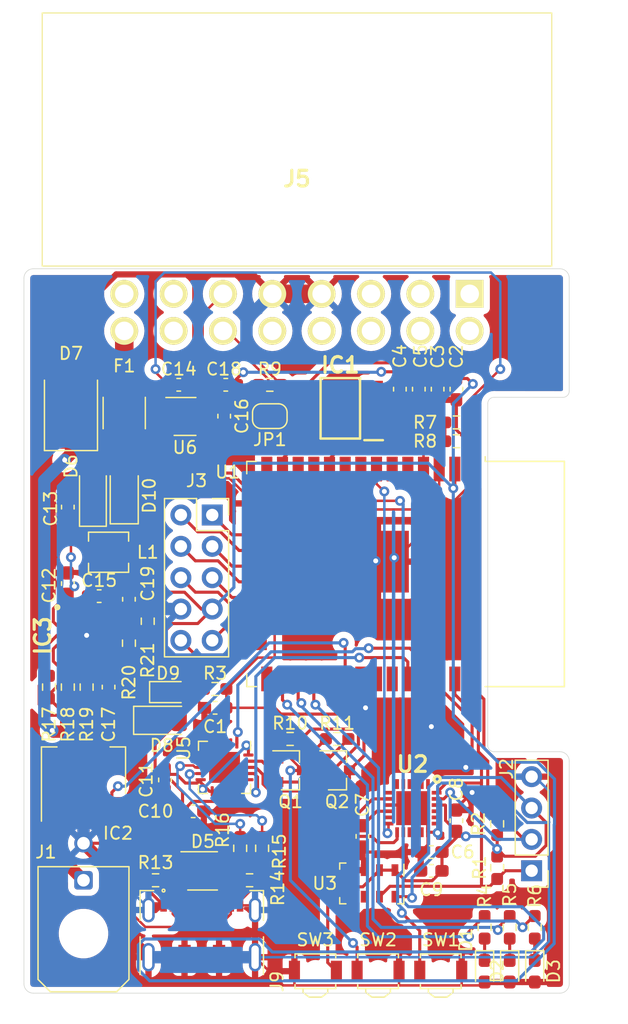
<source format=kicad_pcb>
(kicad_pcb (version 20211014) (generator pcbnew)
  (layers (0 "F.Cu" jumper) (31 "B.Cu" signal) (34 "B.Paste" user) (35 "F.Paste" user) (36 "B.SilkS" user "B.Silkscreen") (37 "F.SilkS" user "F.Silkscreen") (38 "B.Mask" user) (39 "F.Mask" user) (44 "Edge.Cuts" user))
  (net 0 "")
  (net 1 "GND")
  (net 2 "+BATT")
  (net 3 "+5V")
  (net 4 "+3V3")
  (net 5 "+5VA")
  (net 6 "SD_DAT0")
  (net 7 "SD_CLK")
  (net 8 "SD_CMD")
  (net 9 "SD_DAT3")
  (net 10 "SD_DAT2")
  (net 11 "SD_DAT1")
  (net 12 "CAN_L")
  (net 13 "CAN_H")
  (net 14 "CAN_RX")
  (net 15 "CAN_SHDN")
  (net 16 "CAN_TX")
  (net 17 "I2C0_SDA")
  (net 18 "I2C0_SCL")
  (net 19 "IMU_INT")
  (net 20 "GPS_TX")
  (net 21 "GPS_RX")
  (net 22 "ESP32_EN")
  (net 23 "ESP32_MISC")
  (net 24 "Net-(D3-Pad1)")
  (net 25 "LED_R")
  (net 26 "LED_G")
  (net 27 "LED_B")
  (net 28 "USB_D+")
  (net 29 "USB_D-")
  (net 30 "BOOT0")
  (net 31 "ADC")
  (net 32 "Net-(C11-Pad1)")
  (net 33 "Net-(C15-Pad2)")
  (net 34 "Net-(D1-Pad1)")
  (net 35 "Net-(D2-Pad1)")
  (net 36 "UART_TX")
  (net 37 "UART_RX")
  (net 38 "/USB-to-Serial/RTS")
  (net 39 "/USB-to-Serial/DTR")
  (net 40 "Net-(Q1-Pad1)")
  (net 41 "Net-(Q2-Pad1)")
  (net 42 "Net-(C7-Pad2)")
  (net 43 "+12V")
  (net 44 "Net-(C15-Pad1)")
  (net 45 "Net-(C16-Pad2)")
  (net 46 "Net-(C17-Pad2)")
  (net 47 "Net-(D5-Pad4)")
  (net 48 "Net-(D5-Pad3)")
  (net 49 "Net-(D9-Pad1)")
  (net 50 "+12P")
  (net 51 "EXTPWR_EN")
  (net 52 "Net-(IC3-Pad7)")
  (net 53 "Net-(IC3-Pad5)")
  (net 54 "Net-(J9-PadB5)")
  (net 55 "Net-(J9-PadA5)")
  (net 56 "Net-(JP1-Pad2)")
  (net 57 "Net-(C12-Pad1)")
  (footprint "OBD2:OBD2" (layer "F.Cu") (at 235.52 62.23 180)
    (fp_text reference "J5")
    (fp_text value "OBD2" hide)
  )
  (footprint "Capacitor_SMD:C_0603_1608Metric_Pad1.08x0.95mm_HandSolder" (layer "F.Cu") (at 202.946 85.6985 90)
    (fp_text reference "C12")
    (fp_text value "4.7uF X7R 40V")
  )
  (footprint "Capacitor_SMD:C_0603_1608Metric_Pad1.08x0.95mm_HandSolder" (layer "F.Cu") (at 202.946 79.502 90)
    (fp_text reference "C13")
    (fp_text value "47uF X7R 100V")
  )
  (footprint "Capacitor_SMD:C_0603_1608Metric_Pad1.08x0.95mm_HandSolder" (layer "F.Cu") (at 211.9365 69.596)
    (fp_text reference "C14")
    (fp_text value "1uF 40V")
  )
  (footprint "Capacitor_SMD:C_0603_1608Metric_Pad1.08x0.95mm_HandSolder" (layer "F.Cu") (at 205.486 86.7145 180)
    (fp_text reference "C15")
    (fp_text value "100nF X7R 18V")
  )
  (footprint "Capacitor_SMD:C_0603_1608Metric_Pad1.08x0.95mm_HandSolder" (layer "F.Cu") (at 206.248 94.0805 90)
    (fp_text reference "C17")
    (fp_text value "1nF")
  )
  (footprint "Capacitor_SMD:C_0603_1608Metric_Pad1.08x0.95mm_HandSolder" (layer "F.Cu") (at 215.7465 69.596 180)
    (fp_text reference "C18")
    (fp_text value "10uF")
  )
  (footprint "Diode_SMD:D_1206_3216Metric" (layer "F.Cu") (at 207.518 78.5705 90)
    (fp_text reference "D10")
    (fp_text value "Schottky 40V 2A")
  )
  (footprint "Package_TO_SOT_SMD:SOT-223" (layer "F.Cu") (at 204.216 100.838 90)
    (fp_text reference "IC2")
    (fp_text value "BTS4141N")
  )
  (footprint "Connector_Molex:Molex_Micro-Fit_3.0_43045-0200_2x01_P3.00mm_Horizontal" (layer "F.Cu") (at 204.216 109.728 180)
    (fp_text reference "J1")
    (fp_text value "Conn_01x02_Male")
  )
  (footprint "Resistor_SMD:R_0603_1608Metric_Pad0.98x0.95mm_HandSolder" (layer "F.Cu") (at 201.422 94.0805 -90)
    (fp_text reference "R17")
    (fp_text value "138K 0402 1%")
  )
  (footprint "Resistor_SMD:R_0603_1608Metric_Pad0.98x0.95mm_HandSolder" (layer "F.Cu") (at 204.47 94.0805 -90)
    (fp_text reference "R19")
    (fp_text value "11.5K 0603")
  )
  (footprint "Package_TO_SOT_SMD:TSOT-23-5" (layer "F.Cu") (at 212.4445 72.136)
    (fp_text reference "U6")
    (fp_text value "LT1761-5")
  )
  (footprint "Capacitor_SMD:C_0603_1608Metric_Pad1.08x0.95mm_HandSolder" (layer "F.Cu") (at 214.884 95.758)
    (fp_text reference "C1")
    (fp_text value "1uF")
  )
  (footprint "Capacitor_SMD:C_0603_1608Metric_Pad1.08x0.95mm_HandSolder" (layer "F.Cu") (at 232.918 69.9505 -90)
    (fp_text reference "C3")
    (fp_text value "100nF")
  )
  (footprint "Capacitor_SMD:C_0603_1608Metric_Pad1.08x0.95mm_HandSolder" (layer "F.Cu") (at 229.8585 69.9505 -90)
    (fp_text reference "C4")
    (fp_text value "100nF")
  )
  (footprint "Capacitor_SMD:C_0603_1608Metric_Pad1.08x0.95mm_HandSolder" (layer "F.Cu") (at 231.394 69.9505 90)
    (fp_text reference "C5")
    (fp_text value "100nF")
  )
  (footprint "Capacitor_SMD:C_0603_1608Metric_Pad1.08x0.95mm_HandSolder" (layer "F.Cu") (at 232.41 107.442)
    (fp_text reference "C6")
    (fp_text value "10nF")
  )
  (footprint "Capacitor_SMD:C_0603_1608Metric_Pad1.08x0.95mm_HandSolder" (layer "F.Cu") (at 226.822 106.172 90)
    (fp_text reference "C7")
    (fp_text value "470nF")
  )
  (footprint "Capacitor_SMD:C_0603_1608Metric_Pad1.08x0.95mm_HandSolder" (layer "F.Cu") (at 232.41 108.966)
    (fp_text reference "C9")
    (fp_text value "100nF")
  )
  (footprint "LED_SMD:LED_0603_1608Metric_Pad1.05x0.95mm_HandSolder" (layer "F.Cu") (at 236.728 117.094 -90)
    (fp_text reference "D1")
    (fp_text value "LED RED")
  )
  (footprint "LED_SMD:LED_0603_1608Metric_Pad1.05x0.95mm_HandSolder" (layer "F.Cu") (at 238.76 117.094 -90)
    (fp_text reference "D2")
    (fp_text value "LED GREEN")
  )
  (footprint "LED_SMD:LED_0603_1608Metric_Pad1.05x0.95mm_HandSolder" (layer "F.Cu") (at 240.792 117.094 -90)
    (fp_text reference "D3")
    (fp_text value "LED BLUE")
  )
  (footprint "Package_TO_SOT_SMD:SOT-143" (layer "F.Cu") (at 213.868 108.966)
    (fp_text reference "D5")
    (fp_text value "SP0503BAHT")
  )
  (footprint "Diode_SMD:D_1206_3216Metric" (layer "F.Cu") (at 210.566 96.774)
    (fp_text reference "D8")
    (fp_text value "40V 2A 1206")
  )
  (footprint "Connector_PinSocket_2.54mm:PinSocket_2x05_P2.54mm_Vertical" (layer "F.Cu") (at 214.65 80.1405)
    (fp_text reference "J3")
    (fp_text value "Conn_02x05_Odd_Even")
  )
  (footprint "USB_C_Receptacle_JAE_DX07S016JA1:USB_C_Receptacle_JAE_DX07S016JA1" (layer "F.Cu") (at 213.804 114.1225)
    (fp_text reference "J9")
    (fp_text value "USB_C_Receptacle_USB2.0")
  )
  (footprint "Jumper:SolderJumper-2_P1.3mm_Open_RoundedPad1.0x1.5mm" (layer "F.Cu") (at 219.3175 72.136 180)
    (fp_text reference "JP1")
    (fp_text value "SolderJumper_2_Open")
  )
  (footprint "Inductor_SMD:L_Vishay_IHLP-1212" (layer "F.Cu") (at 206.248 83.1585 180)
    (fp_text reference "L1")
    (fp_text value "IHLP1212BZEV3R3M5A")
  )
  (footprint "Resistor_SMD:R_0603_1608Metric_Pad0.98x0.95mm_HandSolder" (layer "F.Cu") (at 237.744 108.712 90)
    (fp_text reference "R1")
    (fp_text value "4K7")
  )
  (footprint "Resistor_SMD:R_0603_1608Metric_Pad0.98x0.95mm_HandSolder" (layer "F.Cu") (at 237.744 105.156 90)
    (fp_text reference "R2")
    (fp_text value "4K7")
  )
  (footprint "Resistor_SMD:R_0603_1608Metric_Pad0.98x0.95mm_HandSolder" (layer "F.Cu") (at 236.728 113.538 90)
    (fp_text reference "R4")
    (fp_text value "100R")
  )
  (footprint "Resistor_SMD:R_0603_1608Metric_Pad0.98x0.95mm_HandSolder" (layer "F.Cu") (at 238.76 113.538 90)
    (fp_text reference "R5")
    (fp_text value "100R")
  )
  (footprint "Resistor_SMD:R_0603_1608Metric_Pad0.98x0.95mm_HandSolder" (layer "F.Cu") (at 240.792 113.538 90)
    (fp_text reference "R6")
    (fp_text value "100R")
  )
  (footprint "Resistor_SMD:R_0603_1608Metric_Pad0.98x0.95mm_HandSolder" (layer "F.Cu") (at 234.442 72.644 180)
    (fp_text reference "R7")
    (fp_text value "100K")
  )
  (footprint "Resistor_SMD:R_0603_1608Metric_Pad0.98x0.95mm_HandSolder" (layer "F.Cu") (at 234.442 74.168)
    (fp_text reference "R8")
    (fp_text value "27K")
  )
  (footprint "Resistor_SMD:R_0603_1608Metric_Pad0.98x0.95mm_HandSolder" (layer "F.Cu") (at 219.3175 69.596 180)
    (fp_text reference "R9")
    (fp_text value "120R")
  )
  (footprint "Resistor_SMD:R_0603_1608Metric_Pad0.98x0.95mm_HandSolder" (layer "F.Cu") (at 210.058 109.728)
    (fp_text reference "R13")
    (fp_text value "5.1K")
  )
  (footprint "Resistor_SMD:R_0603_1608Metric_Pad0.98x0.95mm_HandSolder" (layer "F.Cu") (at 217.678 109.728)
    (fp_text reference "R14")
    (fp_text value "5.1K")
  )
  (footprint "Resistor_SMD:R_0603_1608Metric_Pad0.98x0.95mm_HandSolder" (layer "F.Cu") (at 218.694 107.1375 90)
    (fp_text reference "R15")
    (fp_text value "27R")
  )
  (footprint "Resistor_SMD:R_0603_1608Metric_Pad0.98x0.95mm_HandSolder" (layer "F.Cu") (at 216.916 107.1375 90)
    (fp_text reference "R16")
    (fp_text value "27R")
  )
  (footprint "Button_Switch_SMD:SW_SPST_B3U-3000P-B" (layer "F.Cu") (at 233.172 117.094 180)
    (fp_text reference "SW1")
    (fp_text value "SW_Push")
  )
  (footprint "Button_Switch_SMD:SW_SPST_B3U-3000P-B" (layer "F.Cu") (at 228.092 117.094 180)
    (fp_text reference "SW2")
    (fp_text value "SW_Push")
  )
  (footprint "Button_Switch_SMD:SW_SPST_B3U-3000P-B" (layer "F.Cu") (at 223.012 117.094 180)
    (fp_text reference "SW3")
    (fp_text value "SW_Push")
  )
  (footprint "MySymbols:SON80P400X400X80-11N" (layer "F.Cu") (at 204.47 89.8895)
    (fp_text reference "IC3")
    (fp_text value "LMR14020QDPRTQ1" hide)
  )
  (footprint "Resistor_SMD:R_0603_1608Metric_Pad0.98x0.95mm_HandSolder" (layer "F.Cu") (at 202.946 94.0805 -90)
    (fp_text reference "R18")
    (fp_text value "14K 0402 1%")
  )
  (footprint "Resistor_SMD:R_0603_1608Metric_Pad0.98x0.95mm_HandSolder" (layer "F.Cu") (at 207.899 90.5245 90)
    (fp_text reference "R20")
    (fp_text value "75K 0402 1%")
  )
  (footprint "Resistor_SMD:R_0603_1608Metric_Pad0.98x0.95mm_HandSolder" (layer "F.Cu") (at 209.423 88.7465 90)
    (fp_text reference "R21")
    (fp_text value "22K 0402 1%")
  )
  (footprint "Capacitor_SMD:C_0603_1608Metric_Pad1.08x0.95mm_HandSolder" (layer "F.Cu") (at 207.899 86.9685 90)
    (fp_text reference "C19")
    (fp_text value "50µF X7R 0603")
  )
  (footprint "MySymbols:SOIC127P600X175-8N" (layer "F.Cu") (at 225.0325 71.501 180)
    (fp_text reference "IC1")
    (fp_text value "ATA6561-GAQW-N" hide)
  )
  (footprint "Capacitor_SMD:C_0603_1608Metric_Pad1.08x0.95mm_HandSolder" (layer "F.Cu") (at 215.6195 72.136 -90)
    (fp_text reference "C16")
    (fp_text value "10nF")
  )
  (footprint "Capacitor_SMD:C_0603_1608Metric_Pad1.08x0.95mm_HandSolder" (layer "F.Cu") (at 234.442 69.9505 -90)
    (fp_text reference "C2")
    (fp_text value "10uF")
  )
  (footprint "Resistor_SMD:R_0603_1608Metric_Pad0.98x0.95mm_HandSolder" (layer "F.Cu") (at 214.884 94.234 180)
    (fp_text reference "R3")
    (fp_text value "10K")
  )
  (footprint "Capacitor_SMD:C_0603_1608Metric_Pad1.08x0.95mm_HandSolder" (layer "F.Cu") (at 234.442 104.902 -90)
    (fp_text reference "C8")
    (fp_text value "100nF")
  )
  (footprint "ICM-20689:QFN50P400X400X95-25N-D" (layer "F.Cu") (at 230.886 103.886 -90)
    (fp_text reference "U2")
    (fp_text value "ICM-20689" hide)
  )
  (footprint "Package_LGA:LGA-8_3x5mm_P1.25mm" (layer "F.Cu") (at 227.584 109.982 -90)
    (fp_text reference "U3")
    (fp_text value "MS5611-01BA")
  )
  (footprint "Resistor_SMD:R_0603_1608Metric_Pad0.98x0.95mm_HandSolder" (layer "F.Cu") (at 220.964 98.282)
    (fp_text reference "R10")
    (fp_text value "10K")
  )
  (footprint "Package_TO_SOT_SMD:SOT-23" (layer "F.Cu") (at 224.774 100.822)
    (fp_text reference "Q2")
    (fp_text value "BC817")
  )
  (footprint "Resistor_SMD:R_0603_1608Metric_Pad0.98x0.95mm_HandSolder" (layer "F.Cu") (at 224.774 98.282 180)
    (fp_text reference "R11")
    (fp_text value "10K")
  )
  (footprint "Package_TO_SOT_SMD:SOT-23" (layer "F.Cu") (at 220.964 100.822)
    (fp_text reference "Q1")
    (fp_text value "BC817")
  )
  (footprint "Capacitor_SMD:C_0603_1608Metric_Pad1.08x0.95mm_HandSolder" (layer "F.Cu") (at 213.106 104.14 180)
    (fp_text reference "C10")
    (fp_text value "100nF")
  )
  (footprint "Package_DFN_QFN:QFN-20-1EP_4x4mm_P0.5mm_EP2.5x2.5mm" (layer "F.Cu") (at 215.646 100.584 -90)
    (fp_text reference "U5")
    (fp_text value "FT231XQ")
  )
  (footprint "Diode_SMD:D_SOD-323F" (layer "F.Cu") (at 211.074 94.488)
    (fp_text reference "D9")
    (fp_text value "30mA 40V SOD232F")
  )
  (footprint "Diode_SMD:D_1206_3216Metric_Castellated" (layer "F.Cu") (at 204.978 78.5705 90)
    (fp_text reference "D6")
    (fp_text value "40V 2A 1206")
  )
  (footprint "Capacitor_SMD:C_0603_1608Metric_Pad1.08x0.95mm_HandSolder" (layer "F.Cu") (at 210.82 101.6 -90)
    (fp_text reference "C11")
    (fp_text value "100nF")
  )
  (footprint "Connector_PinHeader_2.54mm:PinHeader_1x04_P2.54mm_Vertical" (layer "F.Cu") (at 240.538 108.956 180)
    (fp_text reference "J2")
    (fp_text value "Conn_01x04_Male")
  )
  (footprint "Fuse:Fuse_1812_4532Metric_Castellated" (layer "F.Cu") (at 207.518 71.882 90)
    (fp_text reference "F1")
    (fp_text value "1812L125/16DR ")
  )
  (footprint "Diode_SMD:D_SMB" (layer "F.Cu") (at 203.2 71.374 90)
    (fp_text reference "D7")
    (fp_text value "SM6T18A")
  )
  (footprint "RF_Module:ESP32-WROOM-32" (layer "F.Cu") (at 227.33 84.9205 -90)
    (fp_text reference "U1")
    (fp_text value "ESP32-WROOM-32")
  )
  (gr_arc (start 200.151999 118.872001) (mid 199.613184 118.648816) (end 199.389999 118.110001) (layer "Edge.Cuts") (width 0.05))
  (gr_arc (start 242.824 99.314) (mid 243.362815 99.537185) (end 243.586 100.076) (layer "Edge.Cuts") (width 0.05))
  (gr_arc (start 237.49 99.314) (mid 237.13079 99.16521) (end 236.982 98.806) (layer "Edge.Cuts") (width 0.05))
  (gr_line (start 243.586 118.11) (end 243.586 100.076) (layer "Edge.Cuts") (width 0.05))
  (gr_line (start 199.390001 60.96) (end 199.39 118.110001) (layer "Edge.Cuts") (width 0.05))
  (gr_line (start 236.982 71.12) (end 236.982 98.806) (layer "Edge.Cuts") (width 0.05))
  (gr_arc (start 236.982 71.12) (mid 237.129972 70.758814) (end 237.49 70.608047) (layer "Edge.Cuts") (width 0.05))
  (gr_arc (start 199.39 60.96) (mid 199.613185 60.421185) (end 200.152 60.198) (layer "Edge.Cuts") (width 0.05))
  (gr_arc (start 243.586 70.104) (mid 243.43721 70.46321) (end 243.078 70.612) (layer "Edge.Cuts") (width 0.05))
  (gr_arc (start 243.586 118.11) (mid 243.362815 118.648815) (end 242.824 118.872) (layer "Edge.Cuts") (width 0.05))
  (gr_line (start 200.152 60.198) (end 242.824 60.198) (layer "Edge.Cuts") (width 0.05))
  (gr_line (start 200.151999 118.872001) (end 242.824 118.872) (layer "Edge.Cuts") (width 0.05))
  (gr_line (start 237.49 99.314) (end 242.824 99.314) (layer "Edge.Cuts") (width 0.05))
  (gr_arc (start 242.824 60.198) (mid 243.362815 60.421185) (end 243.586 60.96) (layer "Edge.Cuts") (width 0.05))
  (gr_line (start 243.078 70.612) (end 237.49 70.608047) (layer "Edge.Cuts") (width 0.05))
  (gr_line (start 243.586 60.96) (end 243.586 70.104) (layer "Edge.Cuts") (width 0.05))
  (segment (start 206.97448 89.0895) (end 206.97448 89.077427) (width 0.25) (layer "F.Cu") (net 1))
  (segment (start 228.5355 72.136) (end 229.8585 70.813) (width 0.2) (layer "F.Cu") (net 1))
  (segment (start 202.946 78.6395) (end 204.042953 78.6395) (width 0.5) (layer "F.Cu") (net 1))
  (segment (start 226.822 107.0345) (end 227.2295 107.442) (width 0.25) (layer "F.Cu") (net 1))
  (segment (start 206.465521 112.941521) (end 209.484 115.96) (width 1) (layer "F.Cu") (net 1))
  (segment (start 209.949989 72.186489) (end 210.000478 72.136) (width 0.5) (layer "F.Cu") (net 1))
  (segment (start 236.728 117.969) (end 238.76 117.969) (width 0.2) (layer "F.Cu") (net 1))
  (segment (start 230.886 103.886) (end 232.111489 105.111489) (width 0.25) (layer "F.Cu") (net 1))
  (segment (start 229.736489 118.243511) (end 229.792 118.188) (width 0.2) (layer "F.Cu") (net 1))
  (segment (start 236.669511 99.000103) (end 239.005408 101.336) (width 0.25) (layer "F.Cu") (net 1))
  (segment (start 218.124 115.96) (end 215.204 115.96) (width 0.2) (layer "F.Cu") (net 1))
  (segment (start 214.0215 95.758) (end 215.646 97.3825) (width 0.25) (layer "F.Cu") (net 1))
  (segment (start 235.585 77.672) (end 229.6535 83.6035) (width 0.2) (layer "F.Cu") (net 1))
  (segment (start 205.3825 94.993) (end 206.198 94.993) (width 0.25) (layer "F.Cu") (net 1))
  (segment (start 232.868498 105.836) (end 232.918 105.885502) (width 0.25) (layer "F.Cu") (net 1))
  (segment (start 207.899 88.152907) (end 207.899 87.831) (width 0.25) (layer "F.Cu") (net 1))
  (segment (start 236.453489 118.243511) (end 234.816489 118.243511) (width 0.2) (layer "F.Cu") (net 1))
  (segment (start 219.52 62.23) (end 223.52 62.23) (width 1.5) (layer "F.Cu") (net 1))
  (segment (start 213.12652 69.26848) (end 213.12652 60.706) (width 0.2) (layer "F.Cu") (net 1))
  (segment (start 228.936 103.636) (end 230.636 103.636) (width 0.25) (layer "F.Cu") (net 1))
  (segment (start 210.568421 108.196) (end 212.768 108.196) (width 0.25) (layer "F.Cu") (net 1))
  (segment (start 218.075 79.2055) (end 216.04 77.1705) (width 0.2) (layer "F.Cu") (net 1))
  (segment (start 227.2295 107.442) (end 231.5475 107.442) (width 0.25) (layer "F.Cu") (net 1))
  (segment (start 212.044011 72.243511) (end 211.9365 72.136) (width 0.2) (layer "F.Cu") (net 1))
  (segment (start 221.354489 118.243511) (end 221.312 118.201022) (width 0.2) (layer "F.Cu") (net 1))
  (segment (start 235.585 74.3985) (end 235.585 76.4205) (width 0.2) (layer "F.Cu") (net 1))
  (segment (start 200.66 71.764) (end 203.2 69.224) (width 0.5) (layer "F.Cu") (net 1))
  (segment (start 210.704 111.76) (end 209.859 111.76) (width 0.2) (layer "F.Cu") (net 1))
  (segment (start 240.792 117.969) (end 238.76 117.969) (width 0.25) (layer "F.Cu") (net 1))
  (segment (start 202.946 84.836) (end 204.077316 84.836) (width 0.25) (layer "F.Cu") (net 1))
  (segment (start 215.646 97.3825) (end 215.646 98.6465) (width 0.25) (layer "F.Cu") (net 1))
  (segment (start 212.799 69.596) (end 213.8415 69.596) (width 0.25) (layer "F.Cu") (net 1))
  (segment (start 234.442 70.813) (end 234.442 73.2555) (width 0.25) (layer "F.Cu") (net 1))
  (segment (start 204.077316 84.836) (end 205.48552 86.244204) (width 0.25) (layer "F.Cu") (net 1))
  (segment (start 207.8245 106.728) (end 204.216 106.728) (width 0.25) (layer "F.Cu") (net 1))
  (segment (start 217.945489 60.655489) (end 213.177031 60.655489) (width 0.5) (layer "F.Cu") (net 1))
  (segment (start 212.044011 72.909533) (end 212.044011 72.243511) (width 0.2) (layer "F.Cu") (net 1))
  (segment (start 216.04 77.1705) (end 207.518 77.1705) (width 0.2) (layer "F.Cu") (net 1))
  (segment (start 202.946 94.993) (end 204.47 94.993) (width 0.25) (layer "F.Cu") (net 1))
  (segment (start 235.585 93.4205) (end 235.585 93.9705) (width 0.25) (layer "F.Cu") (net 1))
  (segment (start 231.5475 107.442) (end 232.136 106.8535) (width 0.25) (layer "F.Cu") (net 1))
  (segment (start 210.82 102.4625) (end 210.82 103.7325) (width 0.25) (layer "F.Cu") (net 1))
  (segment (start 202.14648 79.43902) (end 202.946 78.6395) (width 0.25) (layer "F.Cu") (net 1))
  (segment (start 210.000478 72.136) (end 211.1345 72.136) (width 0.5) (layer "F.Cu") (net 1))
  (segment (start 229.8585 70.813) (end 231.394 70.813) (width 0.25) (layer "F.Cu") (net 1))
  (segment (start 214.0215 95.758) (end 213.15948 94.89598) (width 0.25) (layer "F.Cu") (net 1))
  (segment (start 204.061473 78.62098) (end 205.894527 78.62098) (width 0.5) (layer "F.Cu") (net 1))
  (segment (start 211.9365 72.136) (end 211.9445 72.136) (width 0.2) (layer "F.Cu") (net 1))
  (segment (start 209.484 115.96) (end 212.404 115.96) (width 0.2) (layer "F.Cu") (net 1))
  (segment (start 206.465521 108.977521) (end 206.465521 112.941521) (width 1) (layer "F.Cu") (net 1))
  (segment (start 227.9005 83.855859) (end 229.147141 83.855859) (width 0.2) (layer "F.Cu") (net 1))
  (segment (start 234.442 103.886) (end 235.712 102.616) (width 0.25) (layer "F.Cu") (net 1))
  (segment (start 231.5475 108.966) (end 231.5475 107.442) (width 0.25) (layer "F.Cu") (net 1))
  (segment (start 202.14648 84.03648) (end 202.14648 79.43902) (width 0.25) (layer "F.Cu") (net 1))
  (segment (start 204.042953 78.6395) (end 204.061473 78.62098) (width 0.5) (layer "F.Cu") (net 1))
  (segment (start 230.636 103.636) (end 230.886 103.886) (width 0.25) (layer "F.Cu") (net 1))
  (segment (start 218.695157 73.931) (end 213.065478 73.931) (width 0.2) (layer "F.Cu") (net 1))
  (segment (start 212.799 69.596) (end 213.12652 69.26848) (width 0.2) (layer "F.Cu") (net 1))
  (segment (start 227.7325 72.136) (end 228.5355 72.136) (width 0.2) (layer "F.Cu") (net 1))
  (segment (start 200.66 76.3535) (end 200.66 71.764) (width 0.5) (layer "F.Cu") (net 1))
  (segment (start 215.204 115.96) (end 212.404 115.96) (width 0.2) (layer "F.Cu") (net 1))
  (segment (start 206.42 89.0895) (end 205.27 89.0895) (width 0.25) (layer "F.Cu") (net 1))
  (segment (start 234.816489 118.243511) (end 229.736489 118.243511) (width 0.2) (layer "F.Cu") (net 1))
  (segment (start 213.15948 94.324458) (end 212.748511 93.913489) (width 0.25) (layer "F.Cu") (net 1))
  (segment (start 205.3825 90.802) (end 204.47 89.8895) (width 0.25) (layer "F.Cu") (net 1))
  (segment (start 213.177031 60.655489) (end 213.12652 60.706) (width 0.5) (layer "F.Cu") (net 1))
  (segment (start 222.3325 73.406) (end 219.220157 73.406) (width 0.2) (layer "F.Cu") (net 1))
  (segment (start 229.147141 83.855859) (end 229.3995 83.6035) (width 0.2) (layer "F.Cu") (net 1))
  (segment (start 209.423 87.834) (end 209.4965 87.7605) (width 0.25) (layer "F.Cu") (net 1))
  (segment (start 232.918 70.813) (end 234.442 70.813) (width 0.25) (layer "F.Cu") (net 1))
  (segment (start 218.124 112.135) (end 218.124 115.96) (width 0.2) (layer "F.Cu") (net 1))
  (segment (start 216.904 111.76) (end 216.904 111.4145) (width 0.2) (layer "F.Cu") (net 1))
  (segment (start 209.859 111.76) (end 209.484 112.135) (width 0.2) (layer "F.Cu") (net 1))
  (segment (start 225.709 108.907) (end 226.959 108.907) (width 0.25) (layer "F.Cu") (net 1))
  (segment (start 207.518 77.1705) (end 209.949989 74.738511) (width 0.5) (layer "F.Cu") (net 1))
  (segment (start 213.076009 60.655489) (end 213.12652 60.706) (width 0.5) (layer "F.Cu") (net 1))
  (segment (start 205.3825 94.993) (end 205.3825 90.802) (width 0.25) (layer "F.Cu") (net 1))
  (segment (start 212.748511 93.913489) (end 207.277511 93.913489) (width 0.25) (layer "F.Cu") (net 1))
  (segment (start 215.646 102.5215) (end 215.646 100.584) (width 0.25) (layer "F.Cu") (net 1))
  (segment (start 213.15948 94.89598) (end 213.15948 94.324458) (width 0.25) (layer "F.Cu") (net 1))
  (segment (start 207.277511 93.913489) (end 206.248 94.943) (width 0.25) (layer "F.Cu") (net 1))
  (segment (start 232.111489 105.111489) (end 232.111489 105.811489) (width 0.25) (layer "F.Cu") (net 1))
  (segment (start 221.354489 118.243511) (end 220.407511 118.243511) (width 0.2) (layer "F.Cu") (net 1))
  (segment (start 202.946 84.836) (end 202.14648 84.03648) (width 0.25) (layer "F.Cu") (net 1))
  (segment (start 231.394 70.813) (end 232.918 70.813) (width 0.25) (layer "F.Cu") (net 1))
  (segment (start 213.065478 73.931) (end 212.044011 72.909533) (width 0.2) (layer "F.Cu") (net 1))
  (segment (start 204.47 94.993) (end 205.3825 94.993) (width 0.25) (layer "F.Cu") (net 1))
  (segment (start 232.136 106.8535) (end 232.136 105.836) (width 0.25) (layer "F.Cu") (net 1))
  (segment (start 234.816489 118.243511) (end 234.872 118.188) (width 0.2) (layer "F.Cu") (net 1))
  (segment (start 235.3545 74.168) (end 235.585 74.3985) (width 0.2) (layer "F.Cu") (net 1))
  (segment (start 229.792 118.188) (end 229.792 117.094) (width 0.2) (layer "F.Cu") (net 1))
  (segment (start 213.9685 104.14) (end 214.724726 104.14) (width 0.25) (layer "F.Cu") (net 1))
  (segment (start 235.585 76.4205) (end 235.585 77.672) (width 0.2) (layer "F.Cu") (net 1))
  (segment (start 205.913047 78.6395) (end 206.049 78.6395) (width 0.5) (layer "F.Cu") (net 1))
  (segment (start 217.749 111.76) (end 218.124 112.135) (width 0.2) (layer "F.Cu") (net 1))
  (segment (start 206.42 89.0895) (end 206.97448 89.0895) (width 0.25) (layer "F.Cu") (net 1))
  (segment (start 236.669511 95.055011) (end 236.669511 99.000103) (width 0.25) (layer "F.Cu") (net 1))
  (segment (start 239.005408 101.336) (end 240.792 101.336) (width 0.25) (layer "F.Cu") (net 1))
  (segment (start 209.949989 74.738511) (end 209.949989 72.186489) (width 0.5) (layer "F.Cu") (net 1))
  (segment (start 219.52 62.23) (end 217.945489 60.655489) (width 0.5) (layer "F.Cu") (net 1))
  (segment (start 236.728 117.969) (end 236.453489 118.243511) (width 0.2) (layer "F.Cu") (net 1))
  (segment (start 206.198 94.993) (end 206.248 94.943) (width 0.25) (layer "F.Cu") (net 1))
  (segment (start 209.1455 109.618921) (end 210.568421 108.196) (width 0.25) (layer "F.Cu") (net 1))
  (segment (start 206.97448 89.077427) (end 207.899 88.152907) (width 0.25) (layer "F.Cu") (net 1))
  (segment (start 205.48552 86.244204) (end 205.48552 88.90048) (width 0.25) (layer "F.Cu") (net 1))
  (segment (start 226.959 108.907) (end 226.959 107.1715) (width 0.25) (layer "F.Cu") (net 1))
  (segment (start 205.48552 88.90048) (end 205.232 89.154) (width 0.25) (layer "F.Cu") (net 1))
  (segment (start 216.904 111.76) (end 217.749 111.76) (width 0.2) (layer "F.Cu") (net 1))
  (segment (start 214.724726 104.14) (end 215.646 103.218726) (width 0.25) (layer "F.Cu") (net 1))
  (segment (start 215.646 100.584) (end 215.646 98.6465) (width 0.25) (layer "F.Cu") (net 1))
  (segment (start 232.136 105.836) (end 232.868498 105.836) (width 0.25) (layer "F.Cu") (net 1))
  (segment (start 209.4965 87.7605) (end 212.11 87.7605) (width 0.25) (layer "F.Cu") (net 1))
  (segment (start 211.9445 72.136) (end 212.799 71.2815) (width 0.2) (layer "F.Cu") (net 1))
  (segment (start 206.867815 60.655489) (end 213.076009 60.655489) (width 0.5) (layer "F.Cu") (net 1))
  (segment (start 229.6535 83.6035) (end 229.3995 83.6035) (width 0.2) (layer "F.Cu") (net 1))
  (segment (start 234.442 73.2555) (end 235.3545 74.168) (width 0.25) (layer "F.Cu") (net 1))
  (segment (start 209.1455 109.728) (end 209.1455 109.618921) (width 0.25) (layer "F.Cu") (net 1))
  (segment (start 234.872 118.188) (end 234.872 117.094) (width 0.2) (layer "F.Cu") (net 1))
  (segment (start 220.407511 118.243511) (end 218.124 115.96) (width 0.2) (layer "F.Cu") (net 1))
  (segment (start 232.111489 105.811489) (end 232.136 105.836) (width 0.25) (layer "F.Cu") (net 1))
  (segment (start 210.82 103.7325) (end 207.8245 106.728) (width 0.25) (layer "F.Cu") (net 1))
  (segment (start 204.216 106.728) (end 206.465521 108.977521) (width 1) (layer "F.Cu") (net 1))
  (segment (start 207.899 87.831) (end 209.42 87.831) (width 0.25) (layer "F.Cu") (net 1))
  (segment (start 221.312 118.201022) (end 221.312 117.094) (width 0.2) (layer "F.Cu") (net 1))
  (segment (start 204.216 106.728) (end 204.216 103.988) (width 1) (layer "F.Cu") (net 1))
  (segment (start 211.1345 72.136) (end 211.9365 72.136) (width 0.2) (layer "F.Cu") (net 1))
  (segment (start 213.8415 69.596) (end 214.884 69.596) (width 0.25) (layer "F.Cu") (net 1))
  (segment (start 215.646 103.218726) (end 215.646 102.5215) (width 0.25) (layer "F.Cu") (net 1))
  (segment (start 234.442 104.0395) (end 234.442 103.886) (width 0.25) (layer "F.Cu") (net 1))
  (segment (start 203.2 69.224) (end 203.2 64.323304) (width 0.5) (layer "F.Cu") (net 1))
  (segment (start 212.799 71.2815) (end 212.799 69.596) (width 0.2) (layer "F.Cu") (net 1))
  (segment (start 229.736489 118.243511) (end 221.354489 118.243511) (width 0.2) (layer "F.Cu") (net 1))
  (segment (start 209.1455 110.2015) (end 210.704 111.76) (width 0.25) (layer "F.Cu") (net 1))
  (segment (start 219.220157 73.406) (end 218.695157 73.931) (width 0.2) (layer "F.Cu") (net 1))
  (segment (start 225.709 111.057) (end 225.709 108.907) (width 0.25) (layer "F.Cu") (net 1))
  (segment (start 209.42 87.831) (end 209.423 87.834) (width 0.25) (layer "F.Cu") (net 1))
  (segment (start 209.1455 109.728) (end 209.1455 110.2015) (width 0.25) (layer "F.Cu") (net 1))
  (segment (start 203.2 64.323304) (end 206.867815 60.655489) (width 0.5) (layer "F.Cu") (net 1))
  (segment (start 206.049 78.6395) (end 207.518 77.1705) (width 0.5) (layer "F.Cu") (net 1))
  (segment (start 235.585 93.9705) (end 236.669511 95.055011) (width 0.25) (layer "F.Cu") (net 1))
  (segment (start 205.894527 78.62098) (end 205.913047 78.6395) (width 0.5) (layer "F.Cu") (net 1))
  (segment (start 205.27 89.0895) (end 204.47 89.8895) (width 0.25) (layer "F.Cu") (net 1))
  (segment (start 216.904 111.4145) (end 218.5905 109.728) (width 0.2) (layer "F.Cu") (net 1))
  (segment (start 202.946 78.6395) (end 200.66 76.3535) (width 0.5) (layer "F.Cu") (net 1))
  (via (at 227.076 95.758) (size 0.8) (drill 0.4) (layers "F.Cu" "B.Cu") (net 1))
  (via (at 227.9005 83.855859) (size 0.8) (drill 0.4) (layers "F.Cu" "B.Cu") (net 1))
  (via (at 204.47 89.8895) (size 0.8) (drill 0.4) (layers "F.Cu" "B.Cu") (net 1))
  (via (at 229.3995 83.6035) (size 0.8) (drill 0.4) (layers "F.Cu" "B.Cu") (net 1))
  (via (at 232.918 105.885502) (size 0.8) (drill 0.4) (layers "F.Cu" "B.Cu") (net 1))
  (via (at 235.712 102.616) (size 0.8) (drill 0.4) (layers "F.Cu" "B.Cu") (net 1))
  (via (at 232.41 97.282) (size 0.8) (drill 0.4) (layers "F.Cu" "B.Cu") (net 1))
  (via (at 235.204 100.584) (size 0.8) (drill 0.4) (layers "F.Cu" "B.Cu") (net 1))
  (segment (start 210.810489 90.838776) (end 211.571724 91.600011) (width 0.5) (layer "B.Cu") (net 1))
  (segment (start 212.11 87.7605) (end 206.599 87.7605) (width 1) (layer "B.Cu") (net 1))
  (segment (start 240.656 115.96) (end 241.941511 114.674489) (width 0.2) (layer "B.Cu") (net 1))
  (segment (start 234.95 101.854) (end 235.712 102.616) (width 0.25) (layer "B.Cu") (net 1))
  (segment (start 212.11 87.7605) (end 210.810489 89.060011) (width 0.5) (layer "B.Cu") (net 1))
  (segment (start 241.941511 105.022489) (end 241.941511 102.485511) (width 0.2) (layer "B.Cu") (net 1))
  (segment (start 204.216 90.1435) (end 204.47 89.8895) (width 1) (layer "B.Cu") (net 1))
  (segment (start 232.918 102.108) (end 233.172 101.854) (width 0.25) (layer "B.Cu") (net 1))
  (segment (start 217.424 66.548) (end 210.110979 73.861021) (width 1) (layer "B.Cu") (net 1))
  (segment (start 209.484 112.135) (end 209.484 111.996) (width 0.2) (layer "B.Cu") (net 1))
  (segment (start 210.110979 86.96356) (end 210.907919 87.7605) (width 1) (layer "B.Cu") (net 1))
  (segment (start 237.744 102.616) (end 240.178511 105.050511) (width 0.25) (layer "B.Cu") (net 1))
  (segment (start 210.810489 89.060011) (end 210.810489 90.838776) (width 0.5) (layer "B.Cu") (net 1))
  (segment (start 233.172 101.854) (end 234.95 101.854) (width 0.25) (layer "B.Cu") (net 1))
  (segment (start 217.339803 91.600011) (end 225.083955 83.855859) (width 0.5) (layer "B.Cu") (net 1))
  (segment (start 225.083955 83.855859) (end 227.9005 83.855859) (width 0.5) (layer "B.Cu") (net 1))
  (segment (start 210.907919 87.7605) (end 212.11 87.7605) (width 1) (layer "B.Cu") (net 1))
  (segment (start 209.484 115.96) (end 218.124 115.96) (width 1) (layer "B.Cu") (net 1))
  (segment (start 204.216 106.728) (end 204.216 90.1435) (width 1) (layer "B.Cu") (net 1))
  (segment (start 206.599 87.7605) (end 204.47 89.8895) (width 1) (layer "B.Cu") (net 1))
  (segment (start 210.110979 73.861021) (end 210.110979 86.96356) (width 1) (layer "B.Cu") (net 1))
  (segment (start 232.918 105.885502) (end 232.918 102.108) (width 0.25) (layer "B.Cu") (net 1))
  (segment (start 240.178511 105.050511) (end 241.913489 105.050511) (width 0.25) (layer "B.Cu") (net 1))
  (segment (start 219.52 62.23) (end 217.424 64.326) (width 1) (layer "B.Cu") (net 1))
  (segment (start 218.124 115.96) (end 240.656 115.96) (width 0.2) (layer "B.Cu") (net 1))
  (segment (start 241.941511 102.485511) (end 240.792 101.336) (width 0.2) (layer "B.Cu") (net 1))
  (segment (start 209.484 111.996) (end 204.216 106.728) (width 0.2) (layer "B.Cu") (net 1))
  (segment (start 241.941511 114.674489) (end 241.941511 105.022489) (width 0.2) (layer "B.Cu") (net 1))
  (segment (start 211.571724 91.600011) (end 217.339803 91.600011) (width 0.5) (layer "B.Cu") (net 1))
  (segment (start 241.913489 105.050511) (end 241.941511 105.022489) (width 0.25) (layer "B.Cu") (net 1))
  (segment (start 235.712 102.616) (end 237.744 102.616) (width 0.25) (layer "B.Cu") (net 1))
  (segment (start 217.424 64.326) (end 217.424 66.548) (width 1) (layer "B.Cu") (net 1))
  (segment (start 207.52 69.7175) (end 207.518 69.7195) (width 1.5) (layer "F.Cu") (net 2))
  (segment (start 207.52 65.23) (end 207.52 69.7175) (width 1.5) (layer "F.Cu") (net 2))
  (segment (start 215.6195 71.2735) (end 215.6195 70.5855) (width 0.25) (layer "F.Cu") (net 3))
  (segment (start 229.8585 69.088) (end 229.313 68.5425) (width 0.25) (layer "F.Cu") (net 3))
  (segment (start 227.7325 70.866) (end 228.1575 70.866) (width 0.2) (layer "F.Cu") (net 3))
  (segment (start 229.313 68.5425) (end 228.346 68.5425) (width 0.25) (layer "F.Cu") (net 3))
  (segment (start 215.532 71.186) (end 215.6195 71.2735) (width 0.25) (layer "F.Cu") (net 3))
  (segment (start 213.7545 71.186) (end 215.3045 71.186) (width 0.25) (layer "F.Cu") (net 3))
  (segment (start 216.609 69.596) (end 216.609 69.141) (width 0.25) (layer "F.Cu") (net 3))
  (segment (start 229.8585 69.165) (end 229.8585 69.088) (width 0.2) (layer "F.Cu") (net 3))
  (segment (start 228.1575 70.866) (end 229.8585 69.165) (width 0.2) (layer "F.Cu") (net 3))
  (segment (start 216.609 69.141) (end 217.17 68.58) (width 0.25) (layer "F.Cu") (net 3))
  (segment (start 215.6195 70.5855) (end 216.609 69.596) (width 0.25) (layer "F.Cu") (net 3))
  (segment (start 215.3045 71.186) (end 215.532 71.186) (width 0.25) (layer "F.Cu") (net 3))
  (via (at 228.346 68.5425) (size 0.8) (drill 0.4) (layers "F.Cu" "B.Cu") (net 3))
  (via (at 217.17 68.58) (size 0.8) (drill 0.4) (layers "F.Cu" "B.Cu") (net 3))
  (segment (start 228.3085 68.58) (end 228.346 68.5425) (width 0.25) (layer "B.Cu") (net 3))
  (segment (start 217.17 68.58) (end 228.3085 68.58) (width 0.25) (layer "B.Cu") (net 3))
  (segment (start 226.359489 111.714511) (end 226.06 112.014) (width 0.25) (layer "F.Cu") (net 4))
  (segment (start 230.31752 109.76552) (end 232.47298 109.76552) (width 0.25) (layer "F.Cu") (net 4))
  (segment (start 225.806 106.172) (end 225.806 104.993184) (width 0.25) (layer "F.Cu") (net 4))
  (segment (start 234.442 105.7645) (end 234.442 106.2725) (width 0.25) (layer "F.Cu") (net 4))
  (segment (start 228.209 108.907) (end 229.459 108.907) (width 0.25) (layer "F.Cu") (net 4))
  (segment (start 232.47298 109.76552) (end 233.2725 108.966) (width 0.25) (layer "F.Cu") (net 4))
  (segment (start 213.475489 88.935011) (end 211.429305 88.935011) (width 0.25) (layer "F.Cu") (net 4))
  (segment (start 235.204 106.172) (end 234.8495 106.172) (width 0.25) (layer "F.Cu") (net 4))
  (segment (start 226.858511 110.257489) (end 226.359489 110.257489) (width 0.25) (layer "F.Cu") (net 4))
  (segment (start 233.2725 107.442) (end 233.2725 108.966) (width 0.25) (layer "F.Cu") (net 4))
  (segment (start 207.899 91.437) (end 211.1745 91.437) (width 0.25) (layer "F.Cu") (net 4))
  (segment (start 227.584 106.172) (end 228.092 106.68) (width 0.25) (layer "F.Cu") (net 4))
  (segment (start 230.124 67.818) (end 224.1105 67.818) (width 0.25) (layer "F.Cu") (net 4))
  (segment (start 226.06 112.014) (end 225.266978 112.014) (width 0.25) (layer "F.Cu") (net 4))
  (segment (start 234.315 77.851) (end 234.188 77.978) (width 0.25) (layer "F.Cu") (net 4))
  (segment (start 237.744 107.7995) (end 237.744 107.188) (width 0.25) (layer "F.Cu") (net 4))
  (segment (start 229.636 106.406) (end 229.636 105.836) (width 0.25) (layer "F.Cu") (net 4))
  (segment (start 237.744 107.188) (end 237.744 106.0685) (width 0.25) (layer "F.Cu") (net 4))
  (segment (start 214.65 87.7605) (end 213.475489 88.935011) (width 0.25) (layer "F.Cu") (net 4))
  (segment (start 214.65 87.7605) (end 213.77101 87.7605) (width 0.25) (layer "F.Cu") (net 4))
  (segment (start 225.109489 111.856511) (end 225.109489 106.868511) (width 0.25) (layer "F.Cu") (net 4))
  (segment (start 228.092 106.68) (end 229.362 106.68) (width 0.25) (layer "F.Cu") (net 4))
  (segment (start 240.538 103.876) (end 241.712511 105.050511) (width 0.25) (layer "F.Cu") (net 4))
  (segment (start 232.918 69.088) (end 234.442 69.088) (width 0.25) (layer "F.Cu") (net 4))
  (segment (start 213.77101 87.7605) (end 212.405521 86.395011) (width 0.25) (layer "F.Cu") (net 4))
  (segment (start 234.442 105.7645) (end 233.560511 104.883011) (width 0.25) (layer "F.Cu") (net 4))
  (segment (start 241.712511 106.902499) (end 240.833521 107.781489) (width 0.25) (layer "F.Cu") (net 4))
  (segment (start 228.209 108.907) (end 226.858511 110.257489) (width 0.25) (layer "F.Cu") (net 4))
  (segment (start 225.266978 112.014) (end 225.109489 111.856511) (width 0.25) (layer "F.Cu") (net 4))
  (segment (start 235.331981 69.088) (end 235.7745 69.530519) (width 0.25) (layer "F.Cu") (net 4))
  (segment (start 224.1105 67.818) (end 222.3325 69.596) (width 0.25) (layer "F.Cu") (net 4))
  (segment (start 234.442 106.2725) (end 233.2725 107.442) (width 0.25) (layer "F.Cu") (net 4))
  (segment (start 233.535022 103.636) (end 232.836 103.636) (width 0.25) (layer "F.Cu") (net 4))
  (segment (start 209.266327 86.395011) (end 208.977316 86.106) (width 0.25) (layer "F.Cu") (net 4))
  (segment (start 234.8495 106.172) (end 234.442 105.7645) (width 0.25) (layer "F.Cu") (net 4))
  (segment (start 211.429305 88.935011) (end 208.927316 91.437) (width 0.25) (layer "F.Cu") (net 4))
  (segment (start 233.560511 104.883011) (end 233.560511 103.661489) (width 0.25) (layer "F.Cu") (net 4))
  (segment (start 241.712511 105.050511) (end 241.712511 106.902499) (width 0.25) (layer "F.Cu") (net 4))
  (segment (start 207.598 85.805) (end 207.899 86.106) (width 0.25) (layer "F.Cu") (net 4))
  (segment (start 225.806 106.172) (end 227.584 106.172) (width 0.25) (layer "F.Cu") (net 4))
  (segment (start 212.405521 86.395011) (end 209.266327 86.395011) (width 0.25) (layer "F.Cu") (net 4))
  (segment (start 229.362 106.68) (end 229.636 106.406) (width 0.25) (layer "F.Cu") (net 4))
  (segment (start 225.109489 106.868511) (end 225.806 106.172) (width 0.25) (layer "F.Cu") (net 4))
  (segment (start 234.315 76.4205) (end 234.315 77.851) (width 0.25) (layer "F.Cu") (net 4))
  (segment (start 234.442 69.088) (end 235.331981 69.088) (width 0.25) (layer "F.Cu") (net 4))
  (segment (start 226.359489 110.257489) (end 226.359489 111.714511) (width 0.25) (layer "F.Cu") (net 4))
  (segment (start 229.459 108.907) (end 230.31752 109.76552) (width 0.25) (layer "F.Cu") (net 4))
  (segment (start 207.598 83.1585) (end 207.598 85.805) (width 0.25) (layer "F.Cu") (net 4))
  (segment (start 238.337489 107.781489) (end 237.744 107.188) (width 0.25) (layer "F.Cu") (net 4))
  (segment (start 231.394 69.088) (end 232.918 69.088) (width 0.25) (layer "F.Cu") (net 4))
  (segment (start 227.663184 103.136) (end 228.936 103.136) (width 0.25) (layer "F.Cu") (net 4))
  (segment (start 240.833521 107.781489) (end 238.337489 107.781489) (width 0.25) (layer "F.Cu") (net 4))
  (segment (start 213.9715 94.234) (end 211.1745 91.437) (width 0.25) (layer "F.Cu") (net 4))
  (segment (start 207.899 86.106) (end 208.977316 86.106) (width 0.25) (layer "F.Cu") (net 4))
  (segment (start 231.394 69.088) (end 230.124 67.818) (width 0.25) (layer "F.Cu") (net 4))
  (segment (start 233.560511 103.661489) (end 233.535022 103.636) (width 0.25) (layer "F.Cu") (net 4))
  (segment (start 225.806 104.993184) (end 227.663184 103.136) (width 0.25) (layer "F.Cu") (net 4))
  (via (at 237.744 107.188) (size 0.8) (drill 0.4) (layers "F.Cu" "B.Cu") (net 4))
  (via (at 235.204 106.172) (size 0.8) (drill 0.4) (layers "F.Cu" "B.Cu") (net 4))
  (via (at 235.7745 69.530519) (size 0.8) (drill 0.4) (layers "F.Cu" "B.Cu") (net 4))
  (via (at 234.188 77.978) (size 0.8) (drill 0.4) (layers "F.Cu" "B.Cu") (net 4))
  (segment (start 241.516991 113.612343) (end 241.516991 114.498647) (width 0.25) (layer "B.Cu") (net 4))
  (segment (start 242.366031 114.85033) (end 242.36603 105.233688) (width 0.25) (layer "B.Cu") (net 4))
  (segment (start 209.142473 114.48548) (end 208.65948 114.968473) (width 0.25) (layer "B.Cu") (net 4))
  (segment (start 216.408 86.0025) (end 216.408 75.946) (width 0.25) (layer "B.Cu") (net 4))
  (segment (start 237.829489 100.161489) (end 234.188 96.52) (width 0.25) (layer "B.Cu") (net 4))
  (segment (start 232.156 75.946) (end 234.188 77.978) (width 0.25) (layer "B.Cu") (net 4))
  (segment (start 240.480158 115.53548) (end 219.515527 115.53548) (width 0.25) (layer "B.Cu") (net 4))
  (segment (start 234.188 71.117019) (end 234.188 77.978) (width 0.25) (layer "B.Cu") (net 4))
  (segment (start 239.776075 111.871427) (end 241.516991 113.612343) (width 0.25) (layer "B.Cu") (net 4))
  (segment (start 242.391031 105.208687) (end 242.391031 101.528021) (width 0.25) (layer "B.Cu") (net 4))
  (segment (start 208.65948 114.968473) (end 208.65948 116.951527) (width 0.25) (layer "B.Cu") (net 4))
  (segment (start 241.516991 114.498647) (end 240.480158 115.53548) (width 0.25) (layer "B.Cu") (net 4))
  (segment (start 242.36603 105.233688) (end 242.391031 105.208687) (width 0.25) (layer "B.Cu") (net 4))
  (segment (start 232.193489 102.196793) (end 232.193489 107.530794) (width 0.25) (layer "B.Cu") (net 4))
  (segment (start 218.465527 114.48548) (end 209.142473 114.48548) (width 0.25) (layer "B.Cu") (net 4))
  (segment (start 239.34784 117.868521) (end 242.366031 114.85033) (width 0.25) (layer "B.Cu") (net 4))
  (segment (start 216.408 75.946) (end 232.156 75.946) (width 0.25) (layer "B.Cu") (net 4))
  (segment (start 232.193489 107.530794) (end 230.123989 109.600294) (width 0.25) (layer "B.Cu") (net 4))
  (segment (start 232.985802 101.40448) (end 232.193489 102.196793) (width 0.25) (layer "B.Cu") (net 4))
  (segment (start 230.123989 111.447019) (end 230.548397 111.871427) (width 0.25) (layer "B.Cu") (net 4))
  (segment (start 241.024499 100.161489) (end 237.829489 100.161489) (width 0.25) (layer "B.Cu") (net 4))
  (segment (start 242.391031 101.528021) (end 241.024499 100.161489) (width 0.25) (layer "B.Cu") (net 4))
  (segment (start 208.65948 116.951527) (end 209.576474 117.868521) (width 0.25) (layer "B.Cu") (net 4))
  (segment (start 234.188 96.52) (end 234.188 77.978) (width 0.25) (layer "B.Cu") (net 4))
  (segment (start 238.06648 101.40448) (end 232.985802 101.40448) (width 0.25) (layer "B.Cu") (net 4))
  (segment (start 230.123989 109.600294) (end 230.123989 111.447019) (width 0.25) (layer "B.Cu") (net 4))
  (segment (start 235.7745 69.530519) (end 234.188 71.117019) (width 0.25) (layer "B.Cu") (net 4))
  (segment (start 240.538 103.876) (end 238.06648 101.40448) (width 0.25) (layer "B.Cu") (net 4))
  (segment (start 230.548397 111.871427) (end 239.776075 111.871427) (width 0.25) (layer "B.Cu") (net 4))
  (segment (start 236.728 106.172) (end 235.204 106.172) (width 0.25) (layer "B.Cu") (net 4))
  (segment (start 214.65 87.7605) (end 216.408 86.0025) (width 0.25) (layer "B.Cu") (net 4))
  (segment (start 237.744 107.188) (end 236.728 106.172) (width 0.25) (layer "B.Cu") (net 4))
  (segment (start 209.576474 117.868521) (end 239.34784 117.868521) (width 0.25) (layer "B.Cu") (net 4))
  (segment (start 219.515527 115.53548) (end 218.465527 114.48548) (width 0.25) (layer "B.Cu") (net 4))
  (segment (start 210.058 110.31646) (end 210.058 109.30677) (width 0.2) (layer "F.Cu") (net 5))
  (segment (start 210.058 109.30677) (end 210.41129 108.95348) (width 0.2) (layer "F.Cu") (net 5))
  (segment (start 211.08652 110.75652) (end 210.49806 110.75652) (width 0.2) (layer "F.Cu") (net 5))
  (segment (start 212.588978 109.916) (end 212.768 109.916) (width 0.2) (layer "F.Cu") (net 5))
  (segment (start 211.454 111.76) (end 211.454 111.124) (width 0.2) (layer "F.Cu") (net 5))
  (segment (start 208.35848 108.02502) (end 212.2435 104.14) (width 0.2) (layer "F.Cu") (net 5))
  (segment (start 211.966 96.774) (end 210.02048 98.71952) (width 0.25) (layer "F.Cu") (net 5))
  (segment (start 210.350664 101.60048) (end 211.290296 101.60048) (width 0.25) (layer "F.Cu") (net 5))
  (segment (start 213.04302 103.34048) (end 212.2435 104.14) (width 0.25) (layer "F.Cu") (net 5))
  (segment (start 210.02048 98.71952) (end 210.02048 101.270296) (width 0.25) (layer "F.Cu") (net 5))
  (segment (start 215.146 102.981328) (end 214.786848 103.34048) (width 0.25) (layer "F.Cu") (net 5))
  (segment (start 212.2435 102.553684) (end 212.2435 104.14) (width 0.25) (layer "F.Cu") (net 5))
  (segment (start 212.174 94.488) (end 212.174 96.566) (width 0.25) (layer "F.Cu") (net 5))
  (segment (start 211.953022 112.959022) (end 211.402523 113.509521) (width 0.2) (layer "F.Cu") (net 5))
  (segment (start 208.35848 112.640172) (end 208.35848 108.02502) (width 0.2) (layer "F.Cu") (net 5))
  (segment (start 211.454 111.124) (end 211.08652 110.75652) (width 0.2) (layer "F.Cu") (net 5))
  (segment (start 211.290296 101.60048) (end 212.2435 102.553684) (width 0.25) (layer "F.Cu") (net 5))
  (segment (start 210.49806 110.75652) (end 210.058 110.31646) (width 0.2) (layer "F.Cu") (net 5))
  (segment (start 215.654978 112.959022) (end 211.953022 112.959022) (width 0.2) (layer "F.Cu") (net 5))
  (segment (start 215.146 102.5215) (end 215.146 102.981328) (width 0.25) (layer "F.Cu") (net 5))
  (segment (start 210.41129 108.95348) (end 211.626458 108.95348) (width 0.2) (layer "F.Cu") (net 5))
  (segment (start 210.02048 101.270296) (end 210.350664 101.60048) (width 0.25) (layer "F.Cu") (net 5))
  (segment (start 214.786848 103.34048) (end 213.04302 103.34048) (width 0.25) (layer "F.Cu") (net 5))
  (segment (start 211.402523 113.509521) (end 209.227829 113.509521) (width 0.2) (layer "F.Cu") (net 5))
  (segment (start 216.154 112.46) (end 215.654978 112.959022) (width 0.2) (layer "F.Cu") (net 5))
  (segment (start 216.154 111.76) (end 216.154 112.46) (width 0.2) (layer "F.Cu") (net 5))
  (segment (start 211.626458 108.95348) (end 212.588978 109.916) (width 0.2) (layer "F.Cu") (net 5))
  (segment (start 211.454 112.46) (end 211.454 111.76) (width 0.2) (layer "F.Cu") (net 5))
  (segment (start 212.174 96.566) (end 211.966 96.774) (width 0.25) (layer "F.Cu") (net 5))
  (segment (start 211.953022 112.959022) (end 211.454 112.46) (width 0.2) (layer "F.Cu") (net 5))
  (segment (start 209.227829 113.509521) (end 208.35848 112.640172) (width 0.2) (layer "F.Cu") (net 5))
  (segment (start 216.255 86.8255) (end 218.075 86.8255) (width 0.25) (layer "F.Cu") (net 6))
  (segment (start 214.65 85.2205) (end 216.255 86.8255) (width 0.25) (layer "F.Cu") (net 6))
  (segment (start 215.124511 83.855011) (end 216.825 85.5555) (width 0.25) (layer "F.Cu") (net 7))
  (segment (start 213.284511 83.855011) (end 215.124511 83.855011) (width 0.25) (layer "F.Cu") (net 7))
  (segment (start 212.11 82.6805) (end 213.284511 83.855011) (width 0.25) (layer "F.Cu") (net 7))
  (segment (start 216.825 85.5555) (end 218.075 85.5555) (width 0.25) (layer "F.Cu") (net 7))
  (segment (start 214.65 82.6805) (end 216.255 84.2855) (width 0.25) (layer "F.Cu") (net 8))
  (segment (start 216.255 84.2855) (end 218.075 84.2855) (width 0.25) (layer "F.Cu") (net 8))
  (segment (start 216.825 83.0155) (end 218.075 83.0155) (width 0.25) (layer "F.Cu") (net 9))
  (segment (start 212.11 80.1405) (end 213.475489 81.505989) (width 0.25) (layer "F.Cu") (net 9))
  (segment (start 215.315489 81.505989) (end 216.825 83.0155) (width 0.25) (layer "F.Cu") (net 9))
  (segment (start 213.475489 81.505989) (end 215.315489 81.505989) (width 0.25) (layer "F.Cu") (net 9))
  (segment (start 214.65 80.1405) (end 216.255 81.7455) (width 0.25) (layer "F.Cu") (net 10))
  (segment (start 216.255 81.7455) (end 218.075 81.7455) (width 0.25) (layer "F.Cu") (net 10))
  (segment (start 213.284511 86.395011) (end 215.124511 86.395011) (width 0.25) (layer "F.Cu") (net 11))
  (segment (start 216.825 88.0955) (end 218.075 88.0955) (width 0.25) (layer "F.Cu") (net 11))
  (segment (start 215.124511 86.395011) (end 216.825 88.0955) (width 0.25) (layer "F.Cu") (net 11))
  (segment (start 212.11 85.2205) (end 213.284511 86.395011) (width 0.25) (layer "F.Cu") (net 11))
  (segment (start 215.52 65.23) (end 215.864 65.23) (width 0.2) (layer "F.Cu") (net 12))
  (segment (start 220.23 69.596) (end 221.5 70.866) (width 0.25) (layer "F.Cu") (net 12))
  (segment (start 215.864 65.23) (end 220.23 69.596) (width 0.2) (layer "F.Cu") (net 12))
  (segment (start 221.5 70.866) (end 222.3325 70.866) (width 0.25) (layer "F.Cu") (net 12))
  (segment (start 219.19202 70.986934) (end 219.9675 71.762414) (width 0.2) (layer "F.Cu") (net 13))
  (segment (start 213.868 66.04) (end 214.884 67.056) (width 0.2) (layer "F.Cu") (net 13))
  (segment (start 222.3325 72.136) (end 219.9675 72.136) (width 0.25) (layer "F.Cu") (net 13))
  (segment (start 217.11196 67.056) (end 219.19202 69.13606) (width 0.2) (layer "F.Cu") (net 13))
  (segment (start 214.884 67.056) (end 217.11196 67.056) (width 0.2) (layer "F.Cu") (net 13))
  (segment (start 213.868 63.882) (end 213.868 66.04) (width 0.2) (layer "F.Cu") (net 13))
  (segment (start 219.19202 69.13606) (end 219.19202 70.986934) (width 0.2) (layer "F.Cu") (net 13))
  (segment (start 215.52 62.23) (end 213.868 63.882) (width 0.2) (layer "F.Cu") (net 13))
  (segment (start 219.9675 71.762414) (end 219.9675 72.136) (width 0.2) (layer "F.Cu") (net 13))
  (segment (start 220.345 75.591478) (end 221.260478 74.676) (width 0.25) (layer "F.Cu") (net 14))
  (segment (start 226.657989 71.919011) (end 226.657989 70.216489) (width 0.25) (layer "F.Cu") (net 14))
  (segment (start 227.278478 69.596) (end 227.7325 69.596) (width 0.25) (layer "F.Cu") (net 14))
  (segment (start 226.657989 70.216489) (end 227.278478 69.596) (width 0.25) (layer "F.Cu") (net 14))
  (segment (start 223.901 74.676) (end 226.657989 71.919011) (width 0.25) (layer "F.Cu") (net 14))
  (segment (start 220.345 76.4205) (end 220.345 75.591478) (width 0.25) (layer "F.Cu") (net 14))
  (segment (start 221.260478 74.676) (end 223.901 74.676) (width 0.25) (layer "F.Cu") (net 14))
  (segment (start 221.540489 77.745011) (end 221.615 77.6705) (width 0.25) (layer "F.Cu") (net 15))
  (segment (start 211.1345 73.086) (end 214.794489 76.745989) (width 0.25) (layer "F.Cu") (net 15))
  (segment (start 217.214861 77.745011) (end 221.540489 77.745011) (width 0.25) (layer "F.Cu") (net 15))
  (segment (start 221.615 77.6705) (end 221.615 76.4205) (width 0.25) (layer "F.Cu") (net 15))
  (segment (start 214.794489 76.745989) (end 216.215839 76.745989) (width 0.25) (layer "F.Cu") (net 15))
  (segment (start 216.215839 76.745989) (end 217.214861 77.745011) (width 0.25) (layer "F.Cu") (net 15))
  (segment (start 224.155 75.591478) (end 224.155 76.4205) (width 0.25) (layer "F.Cu") (net 16))
  (segment (start 227.7325 73.406) (end 226.340478 73.406) (width 0.25) (layer "F.Cu") (net 16))
  (segment (start 226.340478 73.406) (end 224.155 75.591478) (width 0.25) (layer "F.Cu") (net 16))
  (segment (start 232.836 102.636) (end 233.618 101.854) (width 0.25) (layer "F.Cu") (net 17))
  (segment (start 235.712 96.774) (end 235.712 99.441718) (width 0.25) (layer "F.Cu") (net 17))
  (segment (start 233.045 93.4205) (end 233.045 94.107) (width 0.25) (layer "F.Cu") (net 17))
  (segment (start 237.744 109.6245) (end 238.4125 108.956) (width 0.25) (layer "F.Cu") (net 17))
  (segment (start 235.712 99.441718) (end 236.474 100.203718) (width 0.25) (layer "F.Cu") (net 17))
  (segment (start 236.474 100.203718) (end 236.474 110.236) (width 0.25) (layer "F.Cu") (net 17))
  (segment (start 233.618 101.854) (end 236.474 101.854) (width 0.25) (layer "F.Cu") (net 17))
  (segment (start 229.05097 110.21503) (end 237.15347 110.21503) (width 0.25) (layer "F.Cu") (net 17))
  (segment (start 228.209 111.057) (end 229.05097 110.21503) (width 0.25) (layer "F.Cu") (net 17))
  (segment (start 238.4125 108.956) (end 240.792 108.956) (width 0.25) (layer "F.Cu") (net 17))
  (segment (start 237.15347 110.21503) (end 237.744 109.6245) (width 0.25) (layer "F.Cu") (net 17))
  (segment (start 233.045 94.107) (end 235.712 96.774) (width 0.25) (layer "F.Cu") (net 17))
  (segment (start 234.315 93.4205) (end 234.315 94.6705) (width 0.25) (layer "F.Cu") (net 18))
  (segment (start 236.982 100.076) (end 236.982 103.4815) (width 0.25) (layer "F.Cu") (net 18))
  (segment (start 236.22 96.5755) (end 236.22 99.314) (width 0.25) (layer "F.Cu") (net 18))
  (segment (start 234.315 94.6705) (end 236.22 96.5755) (width 0.25) (layer "F.Cu") (net 18))
  (segment (start 236.22 99.314) (end 236.982 100.076) (width 0.25) (layer "F.Cu") (net 18))
  (segment (start 232.836 103.136) (end 233.414 103.136) (width 0.25) (layer "F.Cu") (net 18))
  (segment (start 236.982 103.4815) (end 239.9165 106.416) (width 0.25) (layer "F.Cu") (net 18))
  (segment (start 239.9165 106.416) (end 240.792 106.416) (width 0.25) (layer "F.Cu") (net 18))
  (segment (start 233.414 103.136) (end 233.934 102.616) (width 0.25) (layer "F.Cu") (net 18))
  (segment (start 230.758584 111.057) (end 230.8485 111.146916) (width 0.25) (layer "F.Cu") (net 18))
  (segment (start 229.459 111.057) (end 230.758584 111.057) (width 0.25) (layer "F.Cu") (net 18))
  (via (at 230.8485 111.146916) (size 0.8) (drill 0.4) (layers "F.Cu" "B.Cu") (net 18))
  (via (at 233.934 102.616) (size 0.8) (drill 0.4) (layers "F.Cu" "B.Cu") (net 18))
  (segment (start 233.934 102.616) (end 233.934 106.426) (width 0.25) (layer "B.Cu") (net 18))
  (segment (start 233.934 102.616) (end 237.734 106.416) (width 0.25) (layer "B.Cu") (net 18))
  (segment (start 237.734 106.416) (end 240.792 106.416) (width 0.25) (layer "B.Cu") (net 18))
  (segment (start 230.8485 109.5115) (end 230.8485 111.146916) (width 0.25) (layer "B.Cu") (net 18))
  (segment (start 233.934 106.426) (end 230.8485 109.5115) (width 0.25) (layer "B.Cu") (net 18))
  (segment (start 227.965 76.4205) (end 227.965 77.6205) (width 0.2) (layer "F.Cu") (net 19))
  (segment (start 228.936 105.836) (end 228.854 105.918) (width 0.2) (layer "F.Cu") (net 19))
  (segment (start 228.5765 78.232) (end 228.6 78.232) (width 0.2) (layer "F.Cu") (net 19))
  (segment (start 227.965 77.6205) (end 228.5765 78.232) (width 0.2) (layer "F.Cu") (net 19))
  (segment (start 228.936 105.136) (end 228.936 105.836) (width 0.2) (layer "F.Cu") (net 19))
  (via (at 228.6 78.232) (size 0.8) (drill 0.4) (layers "F.Cu" "B.Cu") (net 19))
  (via (at 228.854 105.918) (size 0.8) (drill 0.4) (layers "F.Cu" "B.Cu") (net 19))
  (segment (start 228.854 105.918) (end 228.6 105.664) (width 0.2) (layer "B.Cu") (net 19))
  (segment (start 228.6 105.664) (end 228.6 78.232) (width 0.2) (layer "B.Cu") (net 19))
  (segment (start 213.284511 91.475011) (end 217.235489 91.475011) (width 0.25) (layer "F.Cu") (net 20))
  (segment (start 217.235489 91.475011) (end 218.075 90.6355) (width 0.25) (layer "F.Cu") (net 20))
  (segment (start 212.11 90.3005) (end 213.284511 91.475011) (width 0.25) (layer "F.Cu") (net 20))
  (segment (start 215.585 89.3655) (end 218.075 89.3655) (width 0.25) (layer "F.Cu") (net 21))
  (segment (start 214.65 90.3005) (end 215.585 89.3655) (width 0.25) (layer "F.Cu") (net 21))
  (segment (start 231.710499 79.693501) (end 233.045 78.359) (width 0.2) (layer "F.Cu") (net 22))
  (segment (start 233.045 78.359) (end 233.045 76.4205) (width 0.2) (layer "F.Cu") (net 22))
  (segment (start 218.3365 91.694) (end 219.71 91.694) (width 0.2) (layer "F.Cu") (net 22))
  (segment (start 219.71 86.333245) (end 226.349744 79.693501) (width 0.2) (layer "F.Cu") (net 22))
  (segment (start 215.7965 94.234) (end 218.3365 91.694) (width 0.2) (layer "F.Cu") (net 22))
  (segment (start 220.964 97.774) (end 220.964 99.822) (width 0.2) (layer "F.Cu") (net 22))
  (segment (start 218.948 95.758) (end 220.964 97.774) (width 0.2) (layer "F.Cu") (net 22))
  (segment (start 226.349744 79.693501) (end 231.710499 79.693501) (width 0.2) (layer "F.Cu") (net 22))
  (segment (start 226.392 117.094) (end 226.392 115.14) (width 0.25) (layer "F.Cu") (net 22))
  (segment (start 219.71 91.694) (end 219.71 86.333245) (width 0.2) (layer "F.Cu") (net 22))
  (segment (start 226.392 115.14) (end 226.06 114.808) (width 0.25) (layer "F.Cu") (net 22))
  (segment (start 220.98 100.838) (end 221.948 100.838) (width 0.25) (layer "F.Cu") (net 22))
  (segment (start 215.7965 95.708) (end 215.7465 95.758) (width 0.2) (layer "F.Cu") (net 22))
  (segment (start 215.7965 94.234) (end 215.7965 95.708) (width 0.2) (layer "F.Cu") (net 22))
  (segment (start 220.964 99.822) (end 221.964 100.822) (width 0.2) (layer "F.Cu") (net 22))
  (segment (start 221.948 100.838) (end 221.964 100.822) (width 0.25) (layer "F.Cu") (net 22))
  (segment (start 215.7465 95.758) (end 218.948 95.758) (width 0.2) (layer "F.Cu") (net 22))
  (via (at 220.98 100.838) (size 0.8) (drill 0.4) (layers "F.Cu" "B.Cu") (net 22))
  (via (at 226.06 114.808) (size 0.8) (drill 0.4) (layers "F.Cu" "B.Cu") (net 22))
  (segment (start 220.98 109.728) (end 220.98 100.838) (width 0.25) (layer "B.Cu") (net 22))
  (segment (start 226.06 114.808) (end 220.98 109.728) (width 0.25) (layer "B.Cu") (net 22))
  (segment (start 222.885 77.799522) (end 224.079478 78.994) (width 0.2) (layer "F.Cu") (net 23))
  (segment (start 224.079478 78.994) (end 229.87 78.994) (width 0.2) (layer "F.Cu") (net 23))
  (segment (start 222.885 76.4205) (end 222.885 77.799522) (width 0.2) (layer "F.Cu") (net 23))
  (segment (start 231.472 117.094) (end 231.472 113.819628) (width 0.25) (layer "F.Cu") (net 23))
  (segment (start 231.472 113.819628) (end 230.022186 112.369814) (width 0.25) (layer "F.Cu") (net 23))
  (via (at 230.022186 112.369814) (size 0.8) (drill 0.4) (layers "F.Cu" "B.Cu") (net 23))
  (via (at 229.87 78.994) (size 0.8) (drill 0.4) (layers "F.Cu" "B.Cu") (net 23))
  (segment (start 229.674479 109.4141) (end 229.674479 111.633213) (width 0.25) (layer "B.Cu") (net 23))
  (segment (start 230.124 112.082734) (end 230.124 112.268) (width 0.25) (layer "B.Cu") (net 23))
  (segment (start 230.124 112.268) (end 230.022186 112.369814) (width 0.25) (layer "B.Cu") (net 23))
  (segment (start 230.124 79.248) (end 230.124 108.964579) (width 0.25) (layer "B.Cu") (net 23))
  (segment (start 229.87 78.994) (end 230.124 79.248) (width 0.25) (layer "B.Cu") (net 23))
  (segment (start 230.124 108.964579) (end 229.674479 109.4141) (width 0.25) (layer "B.Cu") (net 23))
  (segment (start 229.674479 111.633213) (end 230.124 112.082734) (width 0.25) (layer "B.Cu") (net 23))
  (segment (start 240.792 116.219) (end 240.792 114.4505) (width 0.25) (layer "F.Cu") (net 24))
  (segment (start 220.345 95.123) (end 220.726 95.504) (width 0.25) (layer "F.Cu") (net 25))
  (segment (start 235.458 113.8955) (end 235.458 114.3) (width 0.25) (layer "F.Cu") (net 25))
  (segment (start 236.728 112.6255) (end 235.458 113.8955) (width 0.25) (layer "F.Cu") (net 25))
  (segment (start 220.345 93.4205) (end 220.345 95.123) (width 0.25) (layer "F.Cu") (net 25))
  (via (at 220.726 95.504) (size 0.8) (drill 0.4) (layers "F.Cu" "B.Cu") (net 25))
  (via (at 235.458 114.3) (size 0.8) (drill 0.4) (layers "F.Cu" "B.Cu") (net 25))
  (segment (start 227.230478 102.008478) (end 227.230478 113.438478) (width 0.25) (layer "B.Cu") (net 25))
  (segment (start 228.092 114.3) (end 235.458 114.3) (width 0.25) (layer "B.Cu") (net 25))
  (segment (start 220.726 95.504) (end 227.230478 102.008478) (width 0.25) (layer "B.Cu") (net 25))
  (segment (start 227.230478 113.438478) (end 228.092 114.3) (width 0.25) (layer "B.Cu") (net 25))
  (segment (start 237.798399 113.587101) (end 237.798399 113.7545) (width 0.25) (layer "F.Cu") (net 26))
  (segment (start 221.615 95.114402) (end 221.873299 95.372701) (width 0.25) (layer "F.Cu") (net 26))
  (segment (start 238.76 112.6255) (end 237.798399 113.587101) (width 0.25) (layer "F.Cu") (net 26))
  (segment (start 221.615 93.4205) (end 221.615 95.114402) (width 0.25) (layer "F.Cu") (net 26))
  (via (at 221.873299 95.372701) (size 0.8) (drill 0.4) (layers "F.Cu" "B.Cu") (net 26))
  (via (at 237.798399 113.7545) (size 0.8) (drill 0.4) (layers "F.Cu" "B.Cu") (net 26))
  (segment (start 237.587724 113.543825) (end 228.351825 113.543825) (width 0.25) (layer "B.Cu") (net 26))
  (segment (start 221.873299 95.626701) (end 221.873299 95.372701) (width 0.25) (layer "B.Cu") (net 26))
  (segment (start 228.351825 113.543825) (end 227.679989 112.871989) (width 0.25) (layer "B.Cu") (net 26))
  (segment (start 227.679989 101.433391) (end 221.873299 95.626701) (width 0.25) (layer "B.Cu") (net 26))
  (segment (start 237.798399 113.7545) (end 237.587724 113.543825) (width 0.25) (layer "B.Cu") (net 26))
  (segment (start 227.679989 112.871989) (end 227.679989 101.433391) (width 0.25) (layer "B.Cu") (net 26))
  (segment (start 240.717854 112.6255) (end 239.805354 113.538) (width 0.25) (layer "F.Cu") (net 27))
  (segment (start 222.885 93.4205) (end 222.885 95.377) (width 0.25) (layer "F.Cu") (net 27))
  (segment (start 240.792 112.6255) (end 240.717854 112.6255) (width 0.25) (layer "F.Cu") (net 27))
  (segment (start 222.885 95.377) (end 223.012 95.504) (width 0.25) (layer "F.Cu") (net 27))
  (via (at 239.805354 113.538) (size 0.8) (drill 0.4) (layers "F.Cu" "B.Cu") (net 27))
  (via (at 223.012 95.504) (size 0.8) (drill 0.4) (layers "F.Cu" "B.Cu") (net 27))
  (segment (start 230.322285 113.094315) (end 230.3866 113.03) (width 0.25) (layer "B.Cu") (net 27))
  (segment (start 230.3866 113.03) (end 239.297354 113.03) (width 0.25) (layer "B.Cu") (net 27))
  (segment (start 228.129499 100.621499) (end 228.129499 111.501727) (width 0.25) (layer "B.Cu") (net 27))
  (segment (start 229.722087 113.094315) (end 230.322285 113.094315) (width 0.25) (layer "B.Cu") (net 27))
  (segment (start 223.012 95.504) (end 228.129499 100.621499) (width 0.25) (layer "B.Cu") (net 27))
  (segment (start 228.129499 111.501727) (end 229.722087 113.094315) (width 0.25) (layer "B.Cu") (net 27))
  (segment (start 239.297354 113.03) (end 239.805354 113.538) (width 0.25) (layer "B.Cu") (net 27))
  (segment (start 213.266142 100.584) (end 213.112141 100.429999) (width 0.2) (layer "F.Cu") (net 28))
  (segment (start 212.092233 100.429999) (end 212.042161 100.480071) (width 0.2) (layer "F.Cu") (net 28))
  (segment (start 213.112141 100.429999) (end 212.092233 100.429999) (width 0.2) (layer "F.Cu") (net 28))
  (segment (start 213.7085 100.584) (end 213.266142 100.584) (width 0.2) (layer "F.Cu") (net 28))
  (segment (start 216.916 106.225) (end 216.916 105.156) (width 0.2) (layer "F.Cu") (net 28))
  (via (at 216.916 105.156) (size 0.8) (drill 0.4) (layers "F.Cu" "B.Cu") (net 28))
  (via (at 212.042161 100.480071) (size 0.8) (drill 0.4) (layers "F.Cu" "B.Cu") (net 28))
  (segment (start 211.836 102.108) (end 211.836 100.686232) (width 0.2) (layer "B.Cu") (net 28))
  (segment (start 214.884 105.156) (end 211.836 102.108) (width 0.2) (layer "B.Cu") (net 28))
  (segment (start 216.916 105.156) (end 214.884 105.156) (width 0.2) (layer "B.Cu") (net 28))
  (segment (start 211.836 100.686232) (end 212.042161 100.480071) (width 0.2) (layer "B.Cu") (net 28))
  (segment (start 218.694 106.225) (end 218.694 104.902) (width 0.2) (layer "F.Cu") (net 29))
  (segment (start 212.867897 101.084) (end 212.822397 101.1295) (width 0.2) (layer "F.Cu") (net 29))
  (segment (start 213.7085 101.084) (end 212.867897 101.084) (width 0.2) (layer "F.Cu") (net 29))
  (via (at 218.694 104.902) (size 0.8) (drill 0.4) (layers "F.Cu" "B.Cu") (net 29))
  (via (at 212.822397 101.1295) (size 0.8) (drill 0.4) (layers "F.Cu" "B.Cu") (net 29))
  (segment (start 218.248499 104.456499) (end 218.694 104.902) (width 0.2) (layer "B.Cu") (net 29))
  (segment (start 214.946499 104.456499) (end 218.248499 104.456499) (width 0.2) (layer "B.Cu") (net 29))
  (segment (start 212.822397 101.1295) (end 212.822397 102.332397) (width 0.2) (layer "B.Cu") (net 29))
  (segment (start 212.822397 102.332397) (end 214.946499 104.456499) (width 0.2) (layer "B.Cu") (net 29))
  (segment (start 224.012 103.234) (end 225.774 101.472) (width 0.25) (layer "F.Cu") (net 30))
  (segment (start 225.774 101.472) (end 225.774 100.822) (width 0.25) (layer "F.Cu") (net 30))
  (segment (start 224.012 116.394) (end 224.012 103.234) (width 0.25) (layer "F.Cu") (net 30))
  (segment (start 225.774 100.822) (end 226.94803 99.64797) (width 0.25) (layer "F.Cu") (net 30))
  (segment (start 226.94803 99.64797) (end 226.94803 97.62551) (width 0.25) (layer "F.Cu") (net 30))
  (segment (start 219.075 95.123) (end 219.075 93.4205) (width 0.25) (layer "F.Cu") (net 30))
  (segment (start 224.712 117.094) (end 224.012 116.394) (width 0.25) (layer "F.Cu") (net 30))
  (segment (start 220.218 96.266) (end 219.075 95.123) (width 0.25) (layer "F.Cu") (net 30))
  (segment (start 225.58852 96.266) (end 220.218 96.266) (width 0.25) (layer "F.Cu") (net 30))
  (segment (start 226.94803 97.62551) (end 225.58852 96.266) (width 0.25) (layer "F.Cu") (net 30))
  (segment (start 231.775 76.4205) (end 231.775 75.2205) (width 0.2) (layer "F.Cu") (net 31))
  (segment (start 231.775 75.2205) (end 232.8275 74.168) (width 0.2) (layer "F.Cu") (net 31))
  (segment (start 233.5295 74.168) (end 233.5295 72.644) (width 0.2) (layer "F.Cu") (net 31))
  (segment (start 232.8275 74.168) (end 233.5295 74.168) (width 0.2) (layer "F.Cu") (net 31))
  (segment (start 213.7085 101.584) (end 213.7085 101.795522) (width 0.25) (layer "F.Cu") (net 32))
  (segment (start 213.868 102.362) (end 214.071489 102.158511) (width 0.25) (layer "F.Cu") (net 32))
  (segment (start 213.7085 101.795522) (end 214.071489 102.158511) (width 0.25) (layer "F.Cu") (net 32))
  (segment (start 214.071489 102.158511) (end 214.434478 102.5215) (width 0.25) (layer "F.Cu") (net 32))
  (segment (start 211.233469 101.150969) (end 211.768674 101.15097) (width 0.25) (layer "F.Cu") (net 32))
  (segment (start 212.471704 101.854) (end 213.4385 101.854) (width 0.25) (layer "F.Cu") (net 32))
  (segment (start 217.5835 99.584) (end 217.5835 98.9655) (width 0.25) (layer "F.Cu") (net 32))
  (segment (start 217.5835 98.9655) (end 217.419701 98.801701) (width 0.25) (layer "F.Cu") (net 32))
  (segment (start 210.82 100.7375) (end 211.233469 101.150969) (width 0.25) (layer "F.Cu") (net 32))
  (segment (start 214.434478 102.5215) (end 214.646 102.5215) (width 0.25) (layer "F.Cu") (net 32))
  (segment (start 211.768674 101.15097) (end 212.471704 101.854) (width 0.25) (layer "F.Cu") (net 32))
  (segment (start 213.4385 101.854) (end 213.7085 101.584) (width 0.25) (layer "F.Cu") (net 32))
  (via (at 217.419701 98.801701) (size 0.8) (drill 0.4) (layers "F.Cu" "B.Cu") (net 32))
  (via (at 213.868 102.362) (size 0.8) (drill 0.4) (layers "F.Cu" "B.Cu") (net 32))
  (segment (start 213.868 102.362) (end 217.419701 98.810299) (width 0.25) (layer "B.Cu") (net 32))
  (segment (start 217.419701 98.810299) (end 217.419701 98.801701) (width 0.25) (layer "B.Cu") (net 32))
  (segment (start 202.52 88.2895) (end 203.1795 87.63) (width 0.25) (layer "F.Cu") (net 33))
  (segment (start 203.1795 87.63) (end 203.708 87.63) (width 0.25) (layer "F.Cu") (net 33))
  (segment (start 203.708 87.63) (end 204.6235 86.7145) (width 0.25) (layer "F.Cu") (net 33))
  (segment (start 236.728 116.219) (end 236.728 114.4505) (width 0.25) (layer "F.Cu") (net 34))
  (segment (start 238.76 116.219) (end 238.76 114.4505) (width 0.25) (layer "F.Cu") (net 35))
  (segment (start 216.646 97.806) (end 216.725628 97.726372) (width 0.25) (layer "F.Cu") (net 36))
  (segment (start 230.665522 90.932) (end 227.33 90.932) (width 0.25) (layer "F.Cu") (net 36))
  (segment (start 231.775 93.4205) (end 231.775 92.041478) (width 0.25) (layer "F.Cu") (net 36))
  (segment (start 231.775 92.041478) (end 230.665522 90.932) (width 0.25) (layer "F.Cu") (net 36))
  (segment (start 216.646 98.6465) (end 216.646 97.806) (width 0.25) (layer "F.Cu") (net 36))
  (via (at 227.33 90.932) (size 0.8) (drill 0.4) (layers "F.Cu" "B.Cu") (net 36))
  (via (at 216.725628 97.726372) (size 0.8) (drill 0.4) (layers "F.Cu" "B.Cu") (net 36))
  (segment (start 227.292501 90.969499) (end 227.33 90.932) (width 0.25) (layer "B.Cu") (net 36))
  (segment (start 226.013901 91.223499) (end 226.267901 90.969499) (width 0.25) (layer "B.Cu") (net 36))
  (segment (start 216.725628 97.726372) (end 216.725628 93.916372) (width 0.25) (layer "B.Cu") (net 36))
  (segment (start 216.725628 93.916372) (end 219.418501 91.223499) (width 0.25) (layer "B.Cu") (net 36))
  (segment (start 226.267901 90.969499) (end 227.292501 90.969499) (width 0.25) (layer "B.Cu") (net 36))
  (segment (start 219.418501 91.223499) (end 226.013901 91.223499) (width 0.25) (layer "B.Cu") (net 36))
  (segment (start 217.5835 101.084) (end 218.043328 101.084) (width 0.25) (layer "F.Cu") (net 37))
  (segment (start 230.157522 91.694) (end 226.568 91.694) (width 0.25) (layer "F.Cu") (net 37))
  (segment (start 218.32052 101.361192) (end 218.32052 102.48148) (width 0.25) (layer "F.Cu") (net 37))
  (segment (start 230.505 93.4205) (end 230.505 92.041478) (width 0.25) (layer "F.Cu") (net 37))
  (segment (start 230.505 92.041478) (end 230.157522 91.694) (width 0.25) (layer "F.Cu") (net 37))
  (segment (start 218.043328 101.084) (end 218.32052 101.361192) (width 0.25) (layer "F.Cu") (net 37))
  (segment (start 218.32052 102.48148) (end 218.186 102.616) (width 0.25) (layer "F.Cu") (net 37))
  (via (at 226.568 91.694) (size 0.8) (drill 0.4) (layers "F.Cu" "B.Cu") (net 37))
  (via (at 218.186 102.616) (size 0.8) (drill 0.4) (layers "F.Cu" "B.Cu") (net 37))
  (segment (start 218.186 102.616) (end 218.186 93.218) (width 0.25) (layer "B.Cu") (net 37))
  (segment (start 219.71 91.694) (end 226.568 91.694) (width 0.25) (layer "B.Cu") (net 37))
  (segment (start 218.186 93.218) (end 219.71 91.694) (width 0.25) (layer "B.Cu") (net 37))
  (segment (start 222.742 101.543022) (end 222.742 99.4015) (width 0.25) (layer "F.Cu") (net 38))
  (segment (start 217.5835 100.084) (end 218.676978 100.084) (width 0.25) (layer "F.Cu") (net 38))
  (segment (start 218.676978 100.084) (end 219.964 101.371022) (width 0.25) (layer "F.Cu") (net 38))
  (segment (start 219.964 101.371022) (end 219.964 101.772) (width 0.25) (layer "F.Cu") (net 38))
  (segment (start 222.742 99.4015) (end 223.8615 98.282) (width 0.25) (layer "F.Cu") (net 38))
  (segment (start 222.513022 101.772) (end 222.742 101.543022) (width 0.25) (layer "F.Cu") (net 38))
  (segment (start 219.964 101.772) (end 222.513022 101.772) (width 0.25) (layer "F.Cu") (net 38))
  (segment (start 223.774 101.772) (end 223.774 101.476816) (width 0.25) (layer "F.Cu") (net 39))
  (segment (start 226.49852 97.811704) (end 226.169296 97.48248) (width 0.25) (layer "F.Cu") (net 39))
  (segment (start 222.67602 97.48248) (end 221.8765 98.282) (width 0.25) (layer "F.Cu") (net 39))
  (segment (start 223.774 101.476816) (end 226.49852 98.752296) (width 0.25) (layer "F.Cu") (net 39))
  (segment (start 219.336511 102.496511) (end 223.049489 102.496511) (width 0.25) (layer "F.Cu") (net 39))
  (segment (start 223.049489 102.496511) (end 223.774 101.772) (width 0.25) (layer "F.Cu") (net 39))
  (segment (start 217.5835 100.584) (end 218.179032 100.584) (width 0.25) (layer "F.Cu") (net 39))
  (segment (start 218.770031 101.174999) (end 218.770031 101.930031) (width 0.25) (layer "F.Cu") (net 39))
  (segment (start 226.169296 97.48248) (end 222.67602 97.48248) (width 0.25) (layer "F.Cu") (net 39))
  (segment (start 218.770031 101.930031) (end 219.336511 102.496511) (width 0.25) (layer "F.Cu") (net 39))
  (segment (start 226.49852 98.752296) (end 226.49852 97.811704) (width 0.25) (layer "F.Cu") (net 39))
  (segment (start 218.179032 100.584) (end 218.770031 101.174999) (width 0.25) (layer "F.Cu") (net 39))
  (segment (start 219.964 98.3695) (end 220.0515 98.282) (width 0.25) (layer "F.Cu") (net 40))
  (segment (start 219.964 99.872) (end 219.964 98.3695) (width 0.25) (layer "F.Cu") (net 40))
  (segment (start 224.0965 99.872) (end 225.6865 98.282) (width 0.25) (layer "F.Cu") (net 41))
  (segment (start 223.774 99.872) (end 224.0965 99.872) (width 0.25) (layer "F.Cu") (net 41))
  (segment (start 227.9955 104.136) (end 228.936 104.136) (width 0.25) (layer "F.Cu") (net 42))
  (segment (start 226.822 105.3095) (end 227.9955 104.136) (width 0.25) (layer "F.Cu") (net 42))
  (segment (start 208.026 73.156576) (end 209.996576 71.186) (width 0.2) (layer "F.Cu") (net 43))
  (segment (start 209.996576 71.186) (end 211.1345 71.186) (width 0.2) (layer "F.Cu") (net 43))
  (segment (start 235.3545 72.644) (end 235.3545 70.9695) (width 0.2) (layer "F.Cu") (net 43))
  (segment (start 210.058 68.58) (end 211.074 69.596) (width 0.2) (layer "F.Cu") (net 43))
  (segment (start 204.216 97.688) (end 201.775232 97.688) (width 1) (layer "F.Cu") (net 43))
  (segment (start 207.518 74.0445) (end 208.026 73.5365) (width 0.2) (layer "F.Cu") (net 43))
  (segment (start 203.2 73.524) (end 206.9975 73.524) (width 1.5) (layer "F.Cu") (net 43))
  (segment (start 235.3545 70.9695) (end 237.998 68.326) (width 0.2) (layer "F.Cu") (net 43))
  (segment (start 204.978 77.1455) (end 204.978 76.5845) (width 1.5) (layer "F.Cu") (net 43))
  (segment (start 203.2 73.524) (end 203.2 75.184) (width 1) (layer "F.Cu") (net 43))
  (segment (start 211.1345 69.6565) (end 211.074 69.596) (width 0.2) (layer "F.Cu") (net 43))
  (segment (start 206.9975 73.524) (end 207.518 74.0445) (width 0.2) (layer "F.Cu") (net 43))
  (segment (start 208.026 73.5365) (end 208.026 73.156576) (width 0.2) (layer "F.Cu") (net 43))
  (segment (start 203.2 75.184) (end 202.692 75.692) (width 1) (layer "F.Cu") (net 43))
  (segment (start 201.775232 97.688) (end 201.681764 97.594532) (width 1) (layer "F.Cu") (net 43))
  (segment (start 204.978 76.5845) (end 207.518 74.0445) (width 1.5) (layer "F.Cu") (net 43))
  (segment (start 211.1345 71.186) (end 211.1345 69.6565) (width 0.2) (layer "F.Cu") (net 43))
  (segment (start 210.058 68.326) (end 210.058 68.58) (width 0.2) (layer "F.Cu") (net 43))
  (via (at 237.998 68.326) (size 0.8) (drill 0.4) (layers "F.Cu" "B.Cu") (net 43))
  (via (at 201.681764 97.594532) (size 1) (drill 0.4) (layers "F.Cu" "B.Cu") (net 43))
  (via (at 210.058 68.326) (size 0.8) (drill 0.4) (layers "F.Cu" "B.Cu") (net 43))
  (via (at 202.692 75.692) (size 1) (drill 0.4) (layers "F.Cu" "B.Cu") (net 43))
  (segment (start 201.03698 96.949748) (end 201.681764 97.594532) (width 1) (layer "B.Cu") (net 43))
  (segment (start 210.058 61.214) (end 210.766511 60.505489) (width 0.2) (layer "B.Cu") (net 43))
  (segment (start 237.998 61.258978) (end 237.998 68.326) (width 0.2) (layer "B.Cu") (net 43))
  (segment (start 201.03698 77.34702) (end 201.03698 96.949748) (width 1) (layer "B.Cu") (net 43))
  (segment (start 202.692 75.692) (end 201.03698 77.34702) (width 1) (layer "B.Cu") (net 43))
  (segment (start 237.244511 60.505489) (end 237.998 61.258978) (width 0.2) (layer "B.Cu") (net 43))
  (segment (start 210.058 68.326) (end 210.058 61.214) (width 0.2) (layer "B.Cu") (net 43))
  (segment (start 210.766511 60.505489) (end 237.244511 60.505489) (width 0.2) (layer "B.Cu") (net 43))
  (segment (start 204.898 82.5905) (end 207.518 79.9705) (width 1) (layer "F.Cu") (net 44))
  (segment (start 206.3485 88.218) (end 206.42 88.2895) (width 0.25) (layer "F.Cu") (net 44))
  (segment (start 204.898 83.1585) (end 204.898 82.5905) (width 1) (layer "F.Cu") (net 44))
  (segment (start 206.3485 86.7145) (end 206.3485 88.218) (width 0.25) (layer "F.Cu") (net 44))
  (segment (start 206.3485 84.609) (end 204.898 83.1585) (width 1) (layer "F.Cu") (net 44))
  (segment (start 206.3485 86.7145) (end 206.3485 84.609) (width 1) (layer "F.Cu") (net 44))
  (segment (start 215.532 73.086) (end 215.6195 72.9985) (width 0.25) (layer "F.Cu") (net 45))
  (segment (start 213.7545 73.086) (end 215.532 73.086) (width 0.25) (layer "F.Cu") (net 45))
  (segment (start 206.248 91.6615) (end 206.42 91.4895) (width 0.25) (layer "F.Cu") (net 46))
  (segment (start 206.248 93.218) (end 206.248 91.6615) (width 0.25) (layer "F.Cu") (net 46))
  (segment (start 213.868 111.76) (end 213.554 111.76) (width 0.2) (layer "F.Cu") (net 47))
  (segment (start 213.943489 109.040511) (end 213.943489 111.649489) (width 0.25) (layer "F.Cu") (net 47))
  (segment (start 214.054 111.76) (end 213.868 111.76) (width 0.2) (layer "F.Cu") (net 47))
  (segment (start 214.968 108.016) (end 216.882 108.016) (width 0.25) (layer "F.Cu") (net 47))
  (segment (start 213.943489 111.649489) (end 214.054 111.76) (width 0.25) (layer "F.Cu") (net 47))
  (segment (start 214.968 108.016) (end 213.943489 109.040511) (width 0.25) (layer "F.Cu") (net 47))
  (segment (start 216.882 108.016) (end 216.916 108.05) (width 0.25) (layer "F.Cu") (net 47))
  (segment (start 213.054 112.494022) (end 213.119489 112.559511) (width 0.2) (layer "F.Cu") (net 48))
  (segment (start 213.119489 112.559511) (end 214.488511 112.559511) (width 0.2) (layer "F.Cu") (net 48))
  (segment (start 214.488511 112.559511) (end 214.554 112.494022) (width 0.2) (layer "F.Cu") (net 48))
  (segment (start 215.93052 108.95348) (end 217.79052 108.95348) (width 0.2) (layer "F.Cu") (net 48))
  (segment (start 214.554 111.76) (end 214.554 110.33) (width 0.2) (layer "F.Cu") (net 48))
  (segment (start 213.054 111.76) (end 213.054 112.494022) (width 0.2) (layer "F.Cu") (net 48))
  (segment (start 214.554 112.494022) (end 214.554 111.76) (width 0.2) (layer "F.Cu") (net 48))
  (segment (start 217.79052 108.95348) (end 218.694 108.05) (width 0.2) (layer "F.Cu") (net 48))
  (segment (start 214.554 110.33) (end 214.968 109.916) (width 0.2) (layer "F.Cu") (net 48))
  (segment (start 214.968 109.916) (end 215.93052 108.95348) (width 0.2) (layer "F.Cu") (net 48))
  (segment (start 208.035316 94.488) (end 209.974 94.488) (width 0.25) (layer "F.Cu") (net 49))
  (segment (start 206.718296 95.80502) (end 208.035316 94.488) (width 0.25) (layer "F.Cu") (net 49))
  (segment (start 202.184 95.758) (end 202.23102 95.80502) (width 0.25) (layer "F.Cu") (net 49))
  (segment (start 201.770489 90.989989) (end 202.070978 90.6895) (width 0.25) (layer "F.Cu") (net 49))
  (segment (start 202.184 95.755) (end 202.184 95.758) (width 0.25) (layer "F.Cu") (net 49))
  (segment (start 202.23102 95.80502) (end 206.718296 95.80502) (width 0.25) (layer "F.Cu") (net 49))
  (segment (start 201.770489 91.989011) (end 201.770489 90.989989) (width 0.25) (layer "F.Cu") (net 49))
  (segment (start 201.422 94.993) (end 202.184 95.755) (width 0.25) (layer "F.Cu") (net 49))
  (segment (start 202.946 93.164522) (end 201.770489 91.989011) (width 0.25) (layer "F.Cu") (net 49))
  (segment (start 201.422 94.993) (end 201.422 94.692) (width 0.25) (layer "F.Cu") (net 49))
  (segment (start 202.070978 90.6895) (end 202.52 90.6895) (width 0.25) (layer "F.Cu") (net 49))
  (segment (start 202.946 93.168) (end 202.946 93.164522) (width 0.25) (layer "F.Cu") (net 49))
  (segment (start 201.422 94.692) (end 202.946 93.168) (width 0.25) (layer "F.Cu") (net 49))
  (segment (start 201.916 107.428) (end 201.916 103.988) (width 1) (layer "F.Cu") (net 50))
  (segment (start 204.216 109.728) (end 201.916 107.428) (width 1) (layer "F.Cu") (net 50))
  (segment (start 206.516 103.988) (end 206.516 102.602) (width 0.25) (layer "F.Cu") (net 51))
  (segment (start 225.425 90.625999) (end 225.298 90.498999) (width 0.25) (layer "F.Cu") (net 51))
  (segment (start 206.516 102.602) (end 207.01 102.108) (width 0.25) (layer "F.Cu") (net 51))
  (segment (start 225.425 93.4205) (end 225.425 90.625999) (width 0.25) (layer "F.Cu") (net 51))
  (via (at 225.298 90.498999) (size 0.8) (drill 0.4) (layers "F.Cu" "B.Cu") (net 51))
  (via (at 207.01 102.108) (size 0.8) (drill 0.4) (layers "F.Cu" "B.Cu") (net 51))
  (segment (start 219.253297 90.498999) (end 207.644296 102.108) (width 0.25) (layer "B.Cu") (net 51))
  (segment (start 225.298 90.498999) (end 219.253297 90.498999) (width 0.25) (layer "B.Cu") (net 51))
  (segment (start 207.644296 102.108) (end 207.01 102.108) (width 0.25) (layer "B.Cu") (net 51))
  (segment (start 207.899 89.612) (end 209.376 89.612) (width 0.25) (layer "F.Cu") (net 52))
  (segment (start 206.42 90.6895) (end 206.8215 90.6895) (width 0.25) (layer "F.Cu") (net 52))
  (segment (start 206.8215 90.6895) (end 207.899 89.612) (width 0.25) (layer "F.Cu") (net 52))
  (segment (start 209.376 89.612) (end 209.423 89.659) (width 0.25) (layer "F.Cu") (net 52))
  (segment (start 202.549816 91.4895) (end 204.228316 93.168) (width 0.25) (layer "F.Cu") (net 53))
  (segment (start 204.228316 93.168) (end 204.47 93.168) (width 0.25) (layer "F.Cu") (net 53))
  (segment (start 202.52 91.4895) (end 202.549816 91.4895) (width 0.25) (layer "F.Cu") (net 53))
  (segment (start 216.268261 110.935489) (end 216.7655 110.43825) (width 0.25) (layer "F.Cu") (net 54))
  (segment (start 215.094489 110.935489) (end 216.268261 110.935489) (width 0.25) (layer "F.Cu") (net 54))
  (segment (start 215.054 110.975978) (end 215.094489 110.935489) (width 0.25) (layer "F.Cu") (net 54))
  (segment (start 216.7655 110.43825) (end 216.7655 109.728) (width 0.25) (layer "F.Cu") (net 54))
  (segment (start 215.054 111.76) (end 215.054 110.975978) (width 0.25) (layer "F.Cu") (net 54))
  (segment (start 210.9705 110.040138) (end 210.9705 109.728) (width 0.25) (layer "F.Cu") (net 55))
  (segment (start 212.054 111.76) (end 212.054 111.123638) (width 0.25) (layer "F.Cu") (net 55))
  (segment (start 212.054 111.123638) (end 210.9705 110.040138) (width 0.25) (layer "F.Cu") (net 55))
  (segment (start 218.6675 72.136) (end 218.6675 69.8585) (width 0.25) (layer "F.Cu") (net 56))
  (segment (start 218.6675 69.8585) (end 218.405 69.596) (width 0.25) (layer "F.Cu") (net 56))
  (segment (start 202.070978 89.0895) (end 202.52 89.0895) (width 0.25) (layer "F.Cu") (net 57))
  (segment (start 202.946 86.561) (end 201.770489 87.736511) (width 0.25) (layer "F.Cu") (net 57))
  (segment (start 201.320978 93.066978) (end 201.422 93.168) (width 0.25) (layer "F.Cu") (net 57))
  (segment (start 201.770489 88.789011) (end 202.070978 89.0895) (width 0.25) (layer "F.Cu") (net 57))
  (segment (start 201.422 93.168) (end 200.62248 93.96752) (width 0.25) (layer "F.Cu") (net 57))
  (segment (start 208.755489 96.363489) (end 209.166 96.774) (width 0.25) (layer "F.Cu") (net 57))
  (segment (start 202.946 80.3645) (end 203.2 80.6185) (width 0.2) (layer "F.Cu") (net 57))
  (segment (start 203.2 80.6185) (end 203.2 83.566) (width 0.2) (layer "F.Cu") (net 57))
  (segment (start 203.479307 86.027693) (end 202.946 86.561) (width 0.25) (layer "F.Cu") (net 57))
  (segment (start 203.479307 85.918987) (end 203.479307 86.027693) (width 0.2) (layer "F.Cu") (net 57))
  (segment (start 202.52 89.8895) (end 202.070978 89.8895) (width 0.25) (layer "F.Cu") (net 57))
  (segment (start 201.510173 96.363489) (end 208.755489 96.363489) (width 0.25) (layer "F.Cu") (net 57))
  (segment (start 202.946 80.3645) (end 204.609 80.3645) (width 0.2) (layer "F.Cu") (net 57))
  (segment (start 201.320978 90.6395) (end 201.320978 93.066978) (width 0.25) (layer "F.Cu") (net 57))
  (segment (start 200.62248 95.475796) (end 201.510173 96.363489) (width 0.25) (layer "F.Cu") (net 57))
  (segment (start 202.52 89.0895) (end 202.52 89.8895) (width 0.25) (layer "F.Cu") (net 57))
  (segment (start 200.62248 93.96752) (end 200.62248 95.475796) (width 0.25) (layer "F.Cu") (net 57))
  (segment (start 204.609 80.3645) (end 204.978 79.9955) (width 0.2) (layer "F.Cu") (net 57))
  (segment (start 201.770489 87.736511) (end 201.770489 88.789011) (width 0.25) (layer "F.Cu") (net 57))
  (segment (start 202.070978 89.8895) (end 201.320978 90.6395) (width 0.25) (layer "F.Cu") (net 57))
  (via (at 203.479307 85.918987) (size 0.8) (drill 0.4) (layers "F.Cu" "B.Cu") (net 57))
  (via (at 203.2 83.566) (size 0.8) (drill 0.4) (layers "F.Cu" "B.Cu") (net 57))
  (segment (start 203.2 83.566) (end 203.2 85.63968) (width 0.2) (layer "B.Cu") (net 57))
  (segment (start 203.2 85.63968) (end 203.479307 85.918987) (width 0.2) (layer "B.Cu") (net 57))
  (zone (net 1) (net_name "GND") (layers F&B.Cu) (connect_pads (clearance 0.508)) (min_thickness 0.254) (fill yes (thermal_gap 0.508) (thermal_bridge_width 0.508))
    (polygon (pts (xy 243.078 118.872) (xy 199.898 118.872) (xy 199.898 60.198) (xy 243.078 60.198)))
  )
)
</source>
